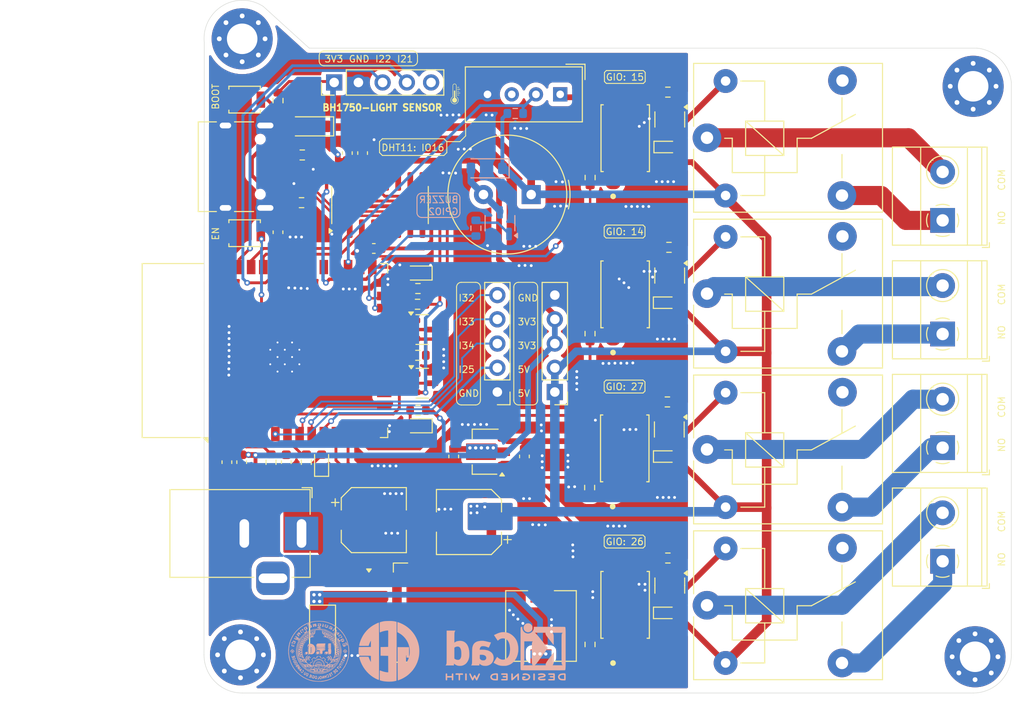
<source format=kicad_pcb>
(kicad_pcb (version 20240108) (generator "pcbnew") (generator_version "8.0")
  (layers (0 "F.Cu" signal) (31 "B.Cu" signal) (34 "B.Paste" user) (35 "F.Paste" user) (36 "B.SilkS" user "B.Silkscreen") (37 "F.SilkS" user "F.Silkscreen") (38 "B.Mask" user) (39 "F.Mask" user) (44 "Edge.Cuts" user))
  (net 0 "")
  (net 1 "+5V")
  (net 2 "GND")
  (net 3 "+3.3V")
  (net 4 "/EN")
  (net 5 "/IO0")
  (net 6 "12V")
  (net 7 "Net-(D1-A)")
  (net 8 "Net-(D2-A)")
  (net 9 "Net-(D4-A)")
  (net 10 "Net-(D6-A)")
  (net 11 "Net-(D8-A)")
  (net 12 "Net-(D12-A)")
  (net 13 "Net-(D13-K)")
  (net 14 "Net-(D10-A)")
  (net 15 "Net-(J9-CC1)")
  (net 17 "Net-(BZ1--)")
  (net 18 "/IO19")
  (net 19 "Net-(Q1-G)")
  (net 20 "Net-(Q2-G)")
  (net 21 "Net-(Q3-B)")
  (net 22 "Net-(Q4-B)")
  (net 23 "Net-(Q5-B)")
  (net 24 "Net-(Q7-B)")
  (net 25 "IO35")
  (net 26 "Net-(R6-Pad2)")
  (net 27 "/IO12")
  (net 28 "Net-(R7-Pad1)")
  (net 29 "/IO13")
  (net 30 "Net-(R8-Pad2)")
  (net 31 "Net-(R9-Pad1)")
  (net 32 "Net-(R10-Pad2)")
  (net 33 "/IO14")
  (net 34 "Net-(R11-Pad1)")
  (net 35 "/IO16")
  (net 36 "/IO17")
  (net 37 "/IO18")
  (net 38 "Net-(R17-Pad2)")
  (net 39 "Net-(R18-Pad1)")
  (net 42 "/IO32")
  (net 44 "Net-(D14-A)")
  (net 45 "/IO33")
  (net 47 "/IO5")
  (net 49 "/IO21")
  (net 50 "/IO34")
  (net 52 "/IO23")
  (net 53 "/IO22")
  (net 54 "/IO2")
  (net 55 "/IO27")
  (net 56 "/IO25")
  (net 60 "/IO4")
  (net 61 "/IO26")
  (net 62 "/IO15")
  (net 64 "Net-(J3-Pin_2)")
  (net 69 "Net-(Q6-B)")
  (net 70 "Net-(J3-Pin_1)")
  (net 71 "Net-(J4-Pin_1)")
  (net 72 "Net-(J5-Pin_1)")
  (net 73 "Net-(J6-Pin_1)")
  (net 74 "D-")
  (net 75 "D+")
  (net 77 "Net-(J9-CC2)")
  (net 78 "RTS")
  (net 79 "DTR")
  (net 80 "RX")
  (net 81 "TX")
  (net 89 "Net-(J4-Pin_2)")
  (net 90 "Net-(J5-Pin_2)")
  (net 91 "Net-(J6-Pin_2)")
  (footprint "Capacitor_SMD:C_0603_1608Metric" (layer "F.Cu") (at 83.175 87.2 -90)
    (property "Reference" "C1" (hide yes))
    (property "Value" "22uF")
  )
  (footprint "Resistor_SMD:R_0603_1608Metric" (layer "F.Cu") (at 121.25 57.365 90)
    (property "Reference" "R10" (hide yes))
    (property "Value" "220R")
  )
  (footprint "Opto:PC817" (layer "F.Cu") (at 124.93 53.24 90)
    (property "Reference" "U4" (hide yes))
    (property "Value" "PC817")
  )
  (footprint "Resistor_SMD:R_0603_1608Metric" (layer "F.Cu") (at 121.2 89.8625 -90)
    (property "Reference" "R6" (hide yes))
    (property "Value" "220R")
  )
  (footprint "Connector_PinHeader_2.54mm:PinHeader_1x05_P2.54mm_Vertical" (layer "F.Cu") (at 117.55 79.85 180)
    (property "Reference" "J2" (hide yes))
    (property "Value" "Conn_01x05_Pin")
  )
  (footprint "Package_TO_SOT_SMD:SOT-23" (layer "F.Cu") (at 103.6375 73.3)
    (property "Reference" "Q2" (hide yes))
    (property "Value" "BSS83P")
  )
  (footprint "Opto:PC817" (layer "F.Cu") (at 124.92 102.16 90)
    (property "Reference" "U3" (hide yes))
    (property "Value" "PC817")
  )
  (footprint "Capacitor_SMD:C_0603_1608Metric" (layer "F.Cu") (at 97.4 54.8 90)
    (property "Reference" "C12" (hide yes))
    (property "Value" "100nF")
  )
  (footprint "Resistor_SMD:R_0603_1608Metric" (layer "F.Cu") (at 121.24 73.726667 90)
    (property "Reference" "R17" (hide yes))
    (property "Value" "220R")
  )
  (footprint "Diode_SMD:D_SOD-128" (layer "F.Cu") (at 93.2 105.35 -90)
    (property "Reference" "D13" (hide yes))
    (property "Value" "1N5824")
  )
  (footprint "Relay_THT:Relay_SPDT_SANYOU_SRD_Series_Form_C_1" (layer "F.Cu") (at 133.5 69.533333)
    (property "Reference" "K4" (hide yes))
    (property "Value" "Fujitsu_FTR-LYCA005x")
  )
  (footprint "Button_Switch_SMD:SW_SPST_B3U-1000P" (layer "F.Cu") (at 85.0325 49.2)
    (property "Reference" "SW1" (hide yes))
    (property "Value" "SW_Push")
  )
  (footprint "RF_Module:ESP32-WROOM-32" (layer "F.Cu") (at 90.155 75.5 90)
    (property "Reference" "U1" (hide yes))
    (property "Value" "ESP32-WROOM-32")
  )
  (footprint "Relay_THT:Relay_SPDT_SANYOU_SRD_Series_Form_C_1" (layer "F.Cu") (at 133.5 85.866666)
    (property "Reference" "K1" (hide yes))
    (property "Value" "Fujitsu_FTR-LYCA005x")
  )
  (footprint "Sensor:Aosong_DHT11_5.5x12.0_P2.54mm" (layer "F.Cu") (at 118.1125 48.6475 -90)
    (property "Reference" "U5" (hide yes))
    (property "Value" "DHT11")
  )
  (footprint "Resistor_SMD:R_0603_1608Metric" (layer "F.Cu") (at 103.2 69)
    (property "Reference" "R1" (hide yes))
    (property "Value" "1K")
  )
  (footprint "Inductor_SMD:L_7.3x7.3_H3.5" (layer "F.Cu") (at 116.1 104.375 90)
    (property "Reference" "L1" (hide yes))
    (property "Value" "33uH")
  )
  (footprint "TerminalBlock_Phoenix:TerminalBlock_Phoenix_MKDS-1,5-2-5.08_1x02_P5.08mm_Horizontal" (layer "F.Cu") (at 158.2 73.768334 90)
    (property "Reference" "J6" (hide yes))
    (property "Value" "Screw_Terminal_01x02")
  )
  (footprint "Capacitor_SMD:C_0603_1608Metric" (layer "F.Cu") (at 95.8 54.8 90)
    (property "Reference" "C11" (hide yes))
    (property "Value" "10uF")
  )
  (footprint "MountingHole:MountingHole_3.2mm_M3_Pad_Via" (layer "F.Cu") (at 84.775 42.825)
    (property "Reference" "H2" (hide yes))
    (property "Value" "MountingHole")
  )
  (footprint "Diode_SMD:D_SOD-123" (layer "F.Cu") (at 92 52 180)
    (property "Reference" "D10" (hide yes))
    (property "Value" "1N4148WT")
  )
  (footprint "Button_Switch_SMD:SW_SPST_B3U-1000P" (layer "F.Cu") (at 85.0325 63.2)
    (property "Reference" "SW2" (hide yes))
    (property "Value" "SW_Push")
  )
  (footprint "Connector_PinHeader_2.54mm:PinHeader_1x05_P2.54mm_Vertical" (layer "F.Cu") (at 94.42 47.4 90)
    (property "Reference" "J10" (hide yes))
    (property "Value" "Conn_01x05_Pin")
  )
  (footprint "Opto:PC817" (layer "F.Cu") (at 124.92 69.61 90)
    (property "Reference" "U6" (hide yes))
    (property "Value" "PC817")
  )
  (footprint "Diode_SMD:D_SOD-523" (layer "F.Cu") (at 129.15 86.6125)
    (property "Reference" "D4" (hide yes))
    (property "Value" "1N4148WT")
  )
  (footprint "Resistor_SMD:R_0603_1608Metric" (layer "F.Cu") (at 103.2 76 180)
    (property "Reference" "R2" (hide yes))
    (property "Value" "10K")
  )
  (footprint "Resistor_SMD:R_0603_1608Metric" (layer "F.Cu") (at 129.515 64.684167)
    (property "Reference" "R18" (hide yes))
    (property "Value" "470R")
  )
  (footprint "Connector_PinHeader_2.54mm:PinHeader_1x05_P2.54mm_Vertical" (layer "F.Cu") (at 111.525 79.85 180)
    (property "Reference" "J1" (hide yes))
    (property "Value" "Conn_01x05_Pin")
  )
  (footprint "MountingHole:MountingHole_3.2mm_M3_Pad_Via" (layer "F.Cu") (at 84.6 107.4)
    (property "Reference" "H1" (hide yes))
    (property "Value" "MountingHole")
  )
  (footprint "Resistor_SMD:R_0603_1608Metric" (layer "F.Cu") (at 129.4 48.415)
    (property "Reference" "R11" (hide yes))
    (property "Value" "470R")
  )
  (footprint "Diode_SMD:D_SOD-523" (layer "F.Cu") (at 129.15 103)
    (property "Reference" "D6" (hide yes))
    (property "Value" "1N4148WT")
  )
  (footprint "Package_TO_SOT_SMD:SOT-23-3" (layer "F.Cu") (at 129.6 51.2775 -90)
    (property "Reference" "Q5" (hide yes))
    (property "Value" "Q_NPN_BEC")
  )
  (footprint "LED_SMD:LED_0603_1608Metric" (layer "F.Cu") (at 103.2 67.3775 180)
    (property "Reference" "D1" (hide yes))
    (property "Value" "LED")
  )
  (footprint "Resistor_SMD:R_0603_1608Metric" (layer "F.Cu") (at 91.5 87.2 -90)
    (property "Reference" "R5" (hide yes))
    (property "Value" "1K")
  )
  (footprint "Relay_THT:Relay_SPDT_SANYOU_SRD_Series_Form_C_1" (layer "F.Cu") (at 133.5 53.2)
    (property "Reference" "K3" (hide yes))
    (property "Value" "Fujitsu_FTR-LYCA005x")
  )
  (footprint "LED_SMD:LED_0603_1608Metric" (layer "F.Cu") (at 93.1 87.2 90)
    (property "Reference" "D2" (hide yes))
    (property "Value" "LED")
  )
  (footprint "Package_TO_SOT_SMD:SOT-23-3" (layer "F.Cu") (at 129.6 100.1375 -90)
    (property "Reference" "Q4" (hide yes))
    (property "Value" "Q_NPN_BEC")
  )
  (footprint "Package_TO_SOT_SMD:SOT-23" (layer "F.Cu") (at 103.6625 78.925)
    (property "Reference" "Q1" (hide yes))
    (property "Value" "BSS83P")
  )
  (footprint "Resistor_SMD:R_0603_1608Metric" (layer "F.Cu") (at 121.24 106.31 -90)
    (property "Reference" "R8" (hide yes))
    (property "Value" "220R")
  )
  (footprint "Capacitor_SMD:C_0603_1608Metric" (layer "F.Cu") (at 89.4 87.2 -90)
    (property "Reference" "C3" (hide yes))
    (property "Value" "0.1uF")
  )
  (footprint "Resistor_SMD:R_0603_1608Metric" (layer "F.Cu") (at 103.1625 70.65 180)
    (property "Reference" "R3" (hide yes))
    (property "Value" "10K")
  )
  (footprint "Package_TO_SOT_SMD:SOT-89-3" (layer "F.Cu") (at 110.25 86.105 180)
    (property "Reference" "U8" (hide yes))
    (property "Value" "AMS1117-3.3")
  )
  (footprint "TerminalBlock_Phoenix:TerminalBlock_Phoenix_MKDS-1,5-2-5.08_1x02_P5.08mm_Horizontal" (layer "F.Cu") (at 158.2 97.591668 90)
    (property "Reference" "J4" (hide yes))
    (property "Value" "Screw_Terminal_01x02")
  )
  (footprint "Resistor_SMD:R_0603_1608Metric" (layer "F.Cu") (at 88.5325 49.3 -90)
    (property "Reference" "R13" (hide yes))
    (property "Value" "1K")
  )
  (footprint "Capacitor_SMD:C_0603_1608Metric" (layer "F.Cu") (at 106.95 86.6 -90)
    (property "Reference" "C9" (hide yes))
    (property "Value" "22uF")
  )
  (footprint "Resistor_SMD:R_0603_1608Metric" (layer "F.Cu") (at 129.4 97.25)
    (property "Reference" "R9" (hide yes))
    (property "Value" "470R")
  )
  (footprint "Diode_SMD:D_SOD-523" (layer "F.Cu") (at 129.2 54.165)
    (property "Reference" "D8" (hide yes))
    (property "Value" "1N4148WT")
  )
  (footprint "MountingHole:MountingHole_3.2mm_M3_Pad_Via" (layer "F.Cu") (at 161.6 107.6)
    (property "Reference" "H4" (hide yes))
    (property "Value" "MountingHole")
  )
  (footprint "Capacitor_SMD:C_0603_1608Metric" (layer "F.Cu") (at 114.3625 86.6 -90)
    (property "Reference" "C8" (hide yes))
    (property "Value" "22uF")
  )
  (footprint "FIGURE:TEMP" (layer "F.Cu") (at 107 48.6)
    (property "Reference" "G***" (hide yes))
    (property "Value" "LOGO" (hide yes))
  )
  (footprint "Connector_USB:USB_C_Receptacle_HRO_TYPE-C-31-M-12" (layer "F.Cu") (at 84.0725 56.23 -90)
    (property "Reference" "J9" (hide yes))
    (property "Value" "USB_C_Receptacle_USB2.0")
  )
  (footprint "MountingHole:MountingHole_3.2mm_M3_Pad_Via" (layer "F.Cu") (at 161.4 47.8)
    (property "Reference" "H3" (hide yes))
    (property "Value" "MountingHole")
  )
  (footprint "Connector_BarrelJack:BarrelJack_Horizontal" (layer "F.Cu") (at 91 94.675)
    (property "Reference" "J7" (hide yes))
    (property "Value" "Jack-DC")
  )
  (footprint "Resistor_SMD:R_0603_1608Metric" (layer "F.Cu") (at 129.35 80.8875)
    (property "Reference" "R7" (hide yes))
    (property "Value" "470R")
  )
  (footprint "Capacitor_SMD:C_0603_1608Metric" (layer "F.Cu") (at 98.575 64.8 180)
    (property "Reference" "C10" (hide yes))
    (property "Value" "100nF")
  )
  (footprint "Resistor_SMD:R_0603_1608Metric" (layer "F.Cu") (at 103.2125 81.765 180)
    (property "Reference" "R19" (hide yes))
    (property "Value" "220")
  )
  (footprint "Opto:PC817" (layer "F.Cu") (at 124.88 85.754166 90)
    (property "Reference" "U2" (hide yes))
    (property "Value" "PC817")
  )
  (footprint "LED_SMD:LED_0603_1608Metric" (layer "F.Cu") (at 103.2125 83.3875 180)
    (property "Reference" "D14" (hide yes))
    (property "Value" "LED")
  )
  (footprint "Resistor_SMD:R_0603_1608Metric" (layer "F.Cu") (at 91 60)
    (property "Reference" "R20" (hide yes))
    (property "Value" "5.1K")
  )
  (footprint "TerminalBlock_Phoenix:TerminalBlock_Phoenix_MKDS-1,5-2-5.08_1x02_P5.08mm_Horizontal" (layer "F.Cu") (at 158.2 85.68 90)
    (property "Reference" "J3" (hide yes))
    (property "Value" "Screw_Terminal_01x02")
  )
  (footprint "Diode_SMD:D_SOD-523" (layer "F.Cu") (at 129.14 70.484167)
    (property "Reference" "D12" (hide yes))
    (property "Value" "1N4148WT")
  )
  (footprint "Package_TO_SOT_SMD:SOT-23-3" (layer "F.Cu") (at 129.59 67.639167 -90)
    (property "Reference" "Q7" (hide yes))
    (property "Value" "Q_NPN_BEC")
  )
  (footprint "Relay_THT:Relay_SPDT_SANYOU_SRD_Series_Form_C_1" (layer "F.Cu") (at 133.5 102.2)
    (property "Reference" "K2" (hide yes))
    (property "Value" "Fujitsu_FTR-LYCA005x")
  )
  (footprint "Package_TO_SOT_SMD:TO-263-5_TabPin3" (layer "F.Cu") (at 105.45 102.975)
    (property "Reference" "U7" (hide yes))
    (property "Value" "LM2596S-5")
  )
  (footprint "Package_TO_SOT_SMD:SOT-23-3" (layer "F.Cu") (at 129.55 83.775 -90)
    (property "Reference" "Q3" (hide yes))
    (property "Value" "2N3904")
  )
  (footprint "Capacitor_SMD:CP_Elec_6.3x9.9" (layer "F.Cu") (at 108.55 93.475 180)
    (property "Reference" "C7" (hide yes))
    (property "Value" "220uF")
  )
  (footprint "Capacitor_SMD:CP_Elec_6.3x9.9" (layer "F.Cu") (at 98.575 93.275)
    (property "Reference" "C6" (hide yes))
    (property "Value" "680uF")
  )
  (footprint "Resistor_SMD:R_0603_1608Metric" (layer "F.Cu") (at 87.8 87.2 90)
    (property "Reference" "R4" (hide yes))
    (property "Value" "10K")
  )
  (footprint "Buzzer_Beeper:Buzzer_TDK_PS1240P02BT_D12.2mm_H6.5mm" (layer "F.Cu") (at 115.070785 59.15 180)
    (property "Reference" "BZ1" (hide yes))
    (property "Value" "Buzzer")
  )
  (footprint "Capacitor_SMD:C_0603_1608Metric" (layer "F.Cu") (at 88.5325 63.1 90)
    (property "Reference" "C5" (hide yes))
    (property "Value" "10U")
  )
  (footprint "Package_SO:SOIC-16_3.9x9.9mm_P1.27mm" (layer "F.Cu") (at 99.225 60.25 90)
    (property "Reference" "U9" (hide yes))
    (property "Value" "CH340C")
  )
  (footprint "Resistor_SMD:R_0603_1608Metric" (layer "F.Cu") (at 91.075 55)
    (property "Reference" "R16" (hide yes))
    (property "Value" "5.1K")
  )
  (footprint "TerminalBlock_Phoenix:TerminalBlock_Phoenix_MKDS-1,5-2-5.08_1x02_P5.08mm_Horizontal" (layer "F.Cu") (at 158.2 61.856668 90)
    (property "Reference" "J5" (hide yes))
    (property "Value" "Screw_Terminal_01x02")
  )
  (footprint "Capacitor_SMD:C_0603_1608Metric" (layer "F.Cu") (at 84.725 87.2 -90)
    (property "Reference" "C2" (hide yes))
    (property "Value" "0.1uF")
  )
  (footprint "Resistor_SMD:R_0603_1608Metric" (layer "B.Cu") (at 113.4 50.65)
    (property "Reference" "R15" (hide yes))
    (property "Value" "5.1K" (hide yes))
  )
  (footprint "Resistor_SMD:R_0603_1608Metric" (layer "B.Cu") (at 109.275 62.675 90)
    (property "Reference" "R12" (hide yes))
    (property "Value" "100R" (hide yes))
  )
  (footprint "FIGURE:ITC_LOGO" (layer "B.Cu") (at 92.8 107.04263 180)
    (property "Reference" "G***" (hide yes))
    (property "Value" "LOGO" (hide yes))
  )
  (footprint "FIGURE:GEE_LOGO" (layer "B.Cu") (at 100.2 107 180)
    (property "Reference" "G***" (hide yes))
    (property "Value" "LOGO" (hide yes))
  )
  (footprint "Diode_SMD:D_SOD-123" (layer "B.Cu") (at 110.4 56.4 180)
    (property "Reference" "D9" (hide yes))
    (property "Value" "1N4148WT" (hide yes))
  )
  (footprint "Symbol:KiCad-Logo2_5mm_SilkScreen" (layer "B.Cu") (at 112.4 107.075 180)
    (property "Reference" "REF**" (hide yes))
    (property "Value" "KiCad-Logo2_5mm_SilkScreen" (hide yes))
  )
  (footprint "Package_TO_SOT_SMD:SOT-23-3" (layer "B.Cu") (at 111.8 62.15 90)
    (property "Reference" "Q6" (hide yes))
    (property "Value" "Q_NPN_BEC" (hide yes))
  )
  (gr_line (start 103.1 61.05) (end 103.1 59.5) (stroke (width 0.1)) (layer "B.SilkS"))
  (gr_line (start 107.6 59.5) (end 107.6 61.05) (stroke (width 0.1)) (layer "B.SilkS"))
  (gr_line (start 107.1 61.55) (end 103.6 61.55) (stroke (width 0.1)) (layer "B.SilkS"))
  (gr_arc (start 107.1 59) (mid 107.453553 59.146447) (end 107.6 59.5) (stroke (width 0.1)) (layer "B.SilkS"))
  (gr_arc (start 103.1 59.5) (mid 103.246447 59.146447) (end 103.6 59) (stroke (width 0.1)) (layer "B.SilkS"))
  (gr_line (start 103.6 59) (end 107.1 59) (stroke (width 0.1)) (layer "B.SilkS"))
  (gr_arc (start 103.6 61.55) (mid 103.246447 61.403553) (end 103.1 61.05) (stroke (width 0.1)) (layer "B.SilkS"))
  (gr_arc (start 107.6 61.05) (mid 107.453553 61.403553) (end 107.1 61.55) (stroke (width 0.1)) (layer "B.SilkS"))
  (gr_line (start 122.95 46.15) (end 126.825 46.15) (stroke (width 0.1)) (layer "F.SilkS"))
  (gr_line (start 122.925 63.7) (end 126.8 63.7) (stroke (width 0.1)) (layer "F.SilkS"))
  (gr_line (start 99.475 55.05) (end 99.175 54.75) (stroke (width 0.1)) (layer "F.SilkS"))
  (gr_line (start 109.25 81.2) (end 107.75 81.2) (stroke (width 0.1)) (layer "F.SilkS"))
  (gr_arc (start 109.75 80.7) (mid 109.603553 81.053553) (end 109.25 81.2) (stroke (width 0.1)) (layer "F.SilkS"))
  (gr_line (start 103.15 44.6) (end 103.15 45.15) (stroke (width 0.1)) (layer "F.SilkS"))
  (gr_line (start 127.025 47.3) (end 127.025 46.35) (stroke (width 0.1)) (layer "F.SilkS"))
  (gr_line (start 106.225 53.6) (end 107.6 53.6) (stroke (width 0.1)) (layer "F.SilkS"))
  (gr_line (start 92.85 45.15) (end 92.85 44.6) (stroke (width 0.1)) (layer "F.SilkS"))
  (gr_line (start 122.925 94.85) (end 126.8 94.85) (stroke (width 0.1)) (layer "F.SilkS"))
  (gr_line (start 113.746447 68.35) (end 115.246447 68.35) (stroke (width 0.1)) (layer "F.SilkS"))
  (gr_line (start 127 96) (end 127 95.05) (stroke (width 0.1)) (layer "F.SilkS"))
  (gr_line (start 127.025 47.3) (end 126.825 47.5) (stroke (width 0.1)) (layer "F.SilkS"))
  (gr_line (start 107.6 53.6) (end 108.2 53) (stroke (width 0.1)) (layer "F.SilkS"))
  (gr_line (start 115.246447 81.2) (end 113.746447 81.2) (stroke (width 0.1)) (layer "F.SilkS"))
  (gr_line (start 122.725 95.05) (end 122.925 94.85) (stroke (width 0.1)) (layer "F.SilkS"))
  (gr_line (start 109.75 68.85) (end 109.75 80.7) (stroke (width 0.1)) (layer "F.SilkS"))
  (gr_line (start 122.925 79.95) (end 126.8 79.95) (stroke (width 0.1)) (layer "F.SilkS"))
  (gr_line (start 105.925 55.05) (end 99.475 55.05) (stroke (width 0.1)) (layer "F.SilkS"))
  (gr_line (start 122.725 63.5) (end 122.925 63.7) (stroke (width 0.1)) (layer "F.SilkS"))
  (gr_line (start 105.925 53.3) (end 99.475 53.3) (stroke (width 0.1)) (layer "F.SilkS"))
  (gr_line (start 127 63.5) (end 126.8 63.7) (stroke (width 0.1)) (layer "F.SilkS"))
  (gr_line (start 122.75 47.3) (end 122.75 46.35) (stroke (width 0.1)) (layer "F.SilkS"))
  (gr_line (start 115.746447 68.85) (end 115.746447 80.7) (stroke (width 0.1)) (layer "F.SilkS"))
  (gr_line (start 99.475 53.3) (end 99.175 53.6) (stroke (width 0.1)) (layer "F.SilkS"))
  (gr_line (start 106.225 54.75) (end 106.225 53.6) (stroke (width 0.1)) (layer "F.SilkS"))
  (gr_arc (start 93.35 45.65) (mid 92.996447 45.503553) (end 92.85 45.15) (stroke (width 0.1)) (layer "F.SilkS"))
  (gr_arc (start 115.246447 68.35) (mid 115.6 68.496447) (end 115.746447 68.85) (stroke (width 0.1)) (layer "F.SilkS"))
  (gr_line (start 106.225 53.6) (end 105.925 53.3) (stroke (width 0.1)) (layer "F.SilkS"))
  (gr_arc (start 113.246447 68.85) (mid 113.392894 68.496447) (end 113.746447 68.35) (stroke (width 0.1)) (layer "F.SilkS"))
  (gr_line (start 122.925 62.35) (end 126.8 62.35) (stroke (width 0.1)) (layer "F.SilkS"))
  (gr_arc (start 109.25 68.35) (mid 109.603553 68.496447) (end 109.75 68.85) (stroke (width 0.1)) (layer "F.SilkS"))
  (gr_line (start 127 62.55) (end 126.8 62.35) (stroke (width 0.1)) (layer "F.SilkS"))
  (gr_line (start 127 79.75) (end 126.8 79.95) (stroke (width 0.1)) (layer "F.SilkS"))
  (gr_line (start 102.65 45.65) (end 93.35 45.65) (stroke (width 0.1)) (layer "F.SilkS"))
  (gr_arc (start 113.746447 81.2) (mid 113.392894 81.053553) (end 113.246447 80.7) (stroke (width 0.1)) (layer "F.SilkS"))
  (gr_line (start 122.925 78.6) (end 126.8 78.6) (stroke (width 0.1)) (layer "F.SilkS"))
  (gr_line (start 93.35 44.1) (end 102.65 44.1) (stroke (width 0.1)) (layer "F.SilkS"))
  (gr_arc (start 115.746447 80.7) (mid 115.6 81.053553) (end 115.246447 81.2) (stroke (width 0.1)) (layer "F.SilkS"))
  (gr_arc (start 102.65 44.1) (mid 103.003553 44.246447) (end 103.15 44.6) (stroke (width 0.1)) (layer "F.SilkS"))
  (gr_arc (start 103.15 45.15) (mid 103.003553 45.503553) (end 102.65 45.65) (stroke (width 0.1)) (layer "F.SilkS"))
  (gr_line (start 122.725 62.55) (end 122.925 62.35) (stroke (width 0.1)) (layer "F.SilkS"))
  (gr_line (start 122.725 63.5) (end 122.725 62.55) (stroke (width 0.1)) (layer "F.SilkS"))
  (gr_line (start 99.175 54.75) (end 99.175 53.6) (stroke (width 0.1)) (layer "F.SilkS"))
  (gr_line (start 122.725 79.75) (end 122.725 78.8) (stroke (width 0.1)) (layer "F.SilkS"))
  (gr_line (start 127 96) (end 126.8 96.2) (stroke (width 0.1)) (layer "F.SilkS"))
  (gr_line (start 107.25 80.7) (end 107.25 68.85) (stroke (width 0.1)) (layer "F.SilkS"))
  (gr_arc (start 107.25 68.85) (mid 107.396447 68.496447) (end 107.75 68.35) (stroke (width 0.1)) (layer "F.SilkS"))
  (gr_line (start 127 78.8) (end 126.8 78.6) (stroke (width 0.1)) (layer "F.SilkS"))
  (gr_line (start 122.925 96.2) (end 126.8 96.2) (stroke (width 0.1)) (layer "F.SilkS"))
  (gr_line (start 122.75 46.35) (end 122.95 46.15) (stroke (width 0.1)) (layer "F.SilkS"))
  (gr_line (start 113.246447 80.7) (end 113.246447 68.85) (stroke (width 0.1)) (layer "F.SilkS"))
  (gr_line (start 122.75 47.3) (end 122.95 47.5) (stroke (width 0.1)) (layer "F.SilkS"))
  (gr_line (start 122.725 79.75) (end 122.925 79.95) (stroke (width 0.1)) (layer "F.SilkS"))
  (gr_line (start 107.75 68.35) (end 109.25 68.35) (stroke (width 0.1)) (layer "F.SilkS"))
  (gr_arc (start 107.75 81.2) (mid 107.396447 81.053553) (end 107.25 80.7) (stroke (width 0.1)) (layer "F.SilkS"))
  (gr_line (start 122.95 47.5) (end 126.825 47.5) (stroke (width 0.1)) (layer "F.SilkS"))
  (gr_line (start 122.725 96) (end 122.925 96.2) (stroke (width 0.1)) (layer "F.SilkS"))
  (gr_line (start 127 79.75) (end 127 78.8) (stroke (width 0.1)) (layer "F.SilkS"))
  (gr_line (start 127.025 46.35) (end 126.825 46.15) (stroke (width 0.1)) (layer "F.SilkS"))
  (gr_line (start 108.2 53) (end 108.2 51.8) (stroke (width 0.1)) (layer "F.SilkS"))
  (gr_line (start 122.725 78.8) (end 122.925 78.6) (stroke (width 0.1)) (layer "F.SilkS"))
  (gr_line (start 105.925 55.05) (end 106.225 54.75) (stroke (width 0.1)) (layer "F.SilkS"))
  (gr_line (start 122.725 96) (end 122.725 95.05) (stroke (width 0.1)) (layer "F.SilkS"))
  (gr_line (start 127 95.05) (end 126.8 94.85) (stroke (width 0.1)) (layer "F.SilkS"))
  (gr_line (start 127 63.5) (end 127 62.55) (stroke (width 0.1)) (layer "F.SilkS"))
  (gr_arc (start 92.85 44.6) (mid 92.996447 44.246447) (end 93.35 44.1) (stroke (width 0.1)) (layer "F.SilkS"))
  (gr_line (start 80.8 43.2) (end 80.773922 107.398375) (stroke (width 0.05)) (layer "Edge.Cuts"))
  (gr_arc (start 165.4 107.4) (mid 164.228427 110.228427) (end 161.4 111.4) (stroke (width 0.05)) (layer "Edge.Cuts"))
  (gr_line (start 165.4 107.4) (end 165.4 47.356071) (stroke (width 0.05)) (layer "Edge.Cuts"))
  (gr_line (start 91.8 43.8) (end 86.983843 39.42497) (stroke (width 0.05)) (layer "Edge.Cuts"))
  (gr_arc (start 80.8 43.2) (mid 82.705407 39.368866) (end 86.983843 39.42497) (stroke (width 0.05)) (layer "Edge.Cuts"))
  (gr_line (start 161.8 43.8) (end 91.8 43.8) (stroke (width 0.05)) (layer "Edge.Cuts"))
  (gr_line (start 84.773922 111.4) (end 161.4 111.4) (stroke (width 0.05)) (layer "Edge.Cuts"))
  (gr_arc (start 84.773922 111.4) (mid 81.944906 110.22786) (end 80.773922 107.398375) (stroke (width 0.05)) (layer "Edge.Cuts"))
  (gr_arc (start 161.8 43.8) (mid 164.226874 44.941891) (end 165.395363 47.356071) (stroke (width 0.05)) (layer "Edge.Cuts"))
  (gr_text "GPIO2" (at 107.5 61.35 0) (layer "B.SilkS") (effects (font (size 0.7 0.7) (thickness 0.1)) (justify left bottom mirror)))
  (gr_text "BUZZER" (at 107.5 60.1 0) (layer "B.SilkS") (effects (font (size 0.7 0.7) (thickness 0.1)) (justify left bottom mirror)))
  (gr_text "BH1750-LIGHT SENSOR" (at 93.1 50.45 0) (layer "F.SilkS") (effects (font (size 0.7 0.7) (thickness 0.17) (bold yes)) (justify left bottom)))
  (gr_text "GND" (at 113.6 70.4 0) (layer "F.SilkS") (effects (font (size 0.7 0.7) (thickness 0.1)) (justify left bottom)))
  (gr_text "3V3" (at 93.35 45.35 0) (layer "F.SilkS") (effects (font (size 0.7 0.7) (thickness 0.1)) (justify left bottom)))
  (gr_text "GND" (at 107.4 80.4 0) (layer "F.SilkS") (effects (font (size 0.7 0.7) (thickness 0.1)) (justify left bottom)))
  (gr_text "COM" (at 164.8 58.8 90) (layer "F.SilkS") (effects (font (size 0.7 0.7) (thickness 0.1)) (justify left bottom)))
  (gr_text "3V3" (at 113.6 72.9 0) (layer "F.SilkS") (effects (font (size 0.7 0.7) (thickness 0.1)) (justify left bottom)))
  (gr_text "I33" (at 107.4 72.9 0) (layer "F.SilkS") (effects (font (size 0.7 0.7) (thickness 0.1)) (justify left bottom)))
  (gr_text "NO" (at 164.8 86.2 90) (layer "F.SilkS") (effects (font (size 0.7 0.7) (thickness 0.1)) (justify left bottom)))
  (gr_text "DHT11: IO16" (at 99.325 54.65 0) (layer "F.SilkS") (effects (font (size 0.7 0.7) (thickness 0.1)) (justify left bottom)))
  (gr_text "BOOT" (at 82.4 50.3 90) (layer "F.SilkS") (effects (font (size 0.7 0.7) (thickness 0.1)) (justify left bottom)))
  (gr_text "GIO: 14" (at 122.825 63.45 0) (layer "F.SilkS") (effects (font (size 0.7 0.7) (thickness 0.1)) (justify left bottom)))
  (gr_text "GIO: 26" (at 122.825 95.95 0) (layer "F.SilkS") (effects (font (size 0.7 0.7) (thickness 0.1)) (justify left bottom)))
  (gr_text "I25" (at 107.4 77.9 0) (layer "F.SilkS") (effects (font (size 0.7 0.7) (thickness 0.1)) (justify left bottom)))
  (gr_text "NO" (at 164.8 74.4 90) (layer "F.SilkS") (effects (font (size 0.7 0.7) (thickness 0.1)) (justify left bottom)))
  (gr_text "I21" (at 100.95 45.35 0) (layer "F.SilkS") (effects (font (size 0.7 0.7) (thickness 0.1)) (justify left bottom)))
  (gr_text "I22" (at 98.661111 45.35 0) (layer "F.SilkS") (effects (font (size 0.7 0.7) (thickness 0.1)) (justify left bottom)))
  (gr_text "COM" (at 164.8 82.6 90) (layer "F.SilkS") (effects (font (size 0.7 0.7) (thickness 0.1)) (justify left bottom)))
  (gr_text "COM" (at 164.8 70.8 90) (layer "F.SilkS") (effects (font (size 0.7 0.7) (thickness 0.1)) (justify left bottom)))
  (gr_text "I32" (at 107.4 70.4 0) (layer "F.SilkS") (effects (font (size 0.7 0.7) (thickness 0.1)) (justify left bottom)))
  (gr_text "I34" (at 107.4 75.4 0) (layer "F.SilkS") (effects (font (size 0.7 0.7) (thickness 0.1)) (justify left bottom)))
  (gr_text "COM" (at 164.8 94.6 90) (layer "F.SilkS") (effects (font (size 0.7 0.7) (thickness 0.1)) (justify left bottom)))
  (gr_text "NO" (at 164.8 98.2 90) (layer "F.SilkS") (effects (font (size 0.7 0.7) (thickness 0.1)) (justify left bottom)))
  (gr_text "EN" (at 82.4 64 90) (layer "F.SilkS") (effects (font (size 0.7 0.7) (thickness 0.1)) (justify left bottom)))
  (gr_text "5V" (at 113.6 77.9 0) (layer "F.SilkS") (effects (font (size 0.7 0.7) (thickness 0.1)) (justify left bottom)))
  (gr_text "GIO: 15" (at 122.85 47.25 0) (layer "F.SilkS") (effects (font (size 0.7 0.7) (thickness 0.1)) (justify left bottom)))
  (gr_text "5V" (at 113.6 80.4 0) (layer "F.SilkS") (effects (font (size 0.7 0.7) (thickness 0.1)) (justify left bottom)))
  (gr_text "NO" (at 164.8 62.4 90) (layer "F.SilkS") (effects (font (size 0.7 0.7) (thickness 0.1)) (justify left bottom)))
  (gr_text "GIO: 27" (at 122.825 79.7 0) (layer "F.SilkS") (effects (font (size 0.7 0.7) (thickness 0.1)) (justify left bottom)))
  (gr_text "GND" (at 95.905556 45.35 0) (layer "F.SilkS") (effects (font (size 0.7 0.7) (thickness 0.1)) (justify left bottom)))
  (gr_text "3V3" (at 113.6 75.4 0) (layer "F.SilkS") (effects (font (size 0.7 0.7) (thickness 0.1)) (justify left bottom)))
  (segment (start 97.8 104.675) (end 100.125 104.675) (width 1) (layer "F.Cu") (net 1))
  (segment (start 139.75 63.75) (end 135.45 59.45) (width 1) (layer "F.Cu") (net 1))
  (segment (start 110.9 95.7) (end 112 95.7) (width 1) (layer "F.Cu") (net 1))
  (segment (start 128.5 54.165) (end 128.5 55.75) (width 0.6) (layer "F.Cu") (net 1))
  (segment (start 123.65 65.6) (end 128.5 70.45) (width 0.6) (layer "F.Cu") (net 1))
  (segment (start 135.45 59.45) (end 135.45 59.25) (width 1) (layer "F.Cu") (net 1))
  (segment (start 96.85 52.075) (end 110.075 52.075) (width 0.8) (layer "F.Cu") (net 1))
  (segment (start 123.61 81.464166) (end 123.61 85) (width 0.6) (layer "F.Cu") (net 1))
  (segment (start 127.3 103) (end 128.5 103) (width 0.6) (layer "F.Cu") (net 1))
  (segment (start 128.44 70.484167) (end 129.29 71.334167) (width 0.6) (layer "F.Cu") (net 1))
  (segment (start 123.66 48.95) (end 118.415 48.95) (width 0.6) (layer "F.Cu") (net 1))
  (segment (start 135.45 108.25) (end 139.75 103.95) (width 1) (layer "F.Cu") (net 1))
  (segment (start 131.200834 71.334167) (end 135.45 75.583333) (width 0.6) (layer "F.Cu") (net 1))
  (segment (start 118.415 48.95) (end 118.1125 48.6475) (width 0.6) (layer "F.Cu") (net 1))
  (segment (start 114.3625 85.825) (end 114.3625 85.0625) (width 0.6) (layer "F.Cu") (net 1))
  (segment (start 139.666666 91.916666) (end 139.75 92) (width 1) (layer "F.Cu") (net 1))
  (segment (start 115.070785 57.070785) (end 115.070785 59.15) (width 0.8) (layer "F.Cu") (net 1))
  (segment (start 123.61 85) (end 126.65 85) (width 0.6) (layer "F.Cu") (net 1))
  (segment (start 123.61 85) (end 112.595 85) (width 0.6) (layer "F.Cu") (net 1))
  (segment (start 131.033334 87.5) (end 135.45 91.916666) (width 0.6) (layer "F.Cu") (net 1))
  (segment (start 102.9 95.7) (end 112 95.7) (width 1) (layer "F.Cu") (net 1))
  (segment (start 126.65 85) (end 129.15 87.5) (width 0.6) (layer "F.Cu") (net 1))
  (segment (start 139.75 75.75) (end 139.75 63.75) (width 1) (layer "F.Cu") (net 1))
  (segment (start 129.15 87.5) (end 131.033334 87.5) (width 0.6) (layer "F.Cu") (net 1))
  (segment (start 113 95.7) (end 116.1 98.8) (width 1) (layer "F.Cu") (net 1))
  (segment (start 114.3625 85.0625) (end 114.3 85) (width 0.6) (layer "F.Cu") (net 1))
  (segment (start 112.595 85) (end 112.2 84.605) (width 0.6) (layer "F.Cu") (net 1))
  (segment (start 139.75 103.95) (end 139.75 92) (width 1) (layer "F.Cu") (net 1))
  (segment (start 135.45 91.916666) (end 139.666666 91.916666) (width 1) (layer "F.Cu") (net 1))
  (segment (start 123.65 99.35) (end 127.3 103) (width 0.6) (layer "F.Cu") (net 1))
  (segment (start 139.583333 75.583333) (end 139.75 75.75) (width 1) (layer "F.Cu") (net 1))
  (segment (start 129.4 103.95) (end 131.15 103.95) (width 0.6) (layer "F.Cu") (net 1))
  (segment (start 93.65 52) (end 93.725 52.075) (width 0.8) (layer "F.Cu") (net 1))
  (segment (start 131.95 55.75) (end 135.45 59.25) (width 0.6) (layer "F.Cu") (net 1))
  (segment (start 139.75 92) (end 139.75 75.75) (width 1) (layer "F.Cu") (net 1))
  (segment (start 110.9 93.925) (end 110.9 95.7) (width 1) (layer "F.Cu") (net 1))
  (segment (start 128.5 55.75) (end 131.95 55.75) (width 0.6) (layer "F.Cu") (net 1))
  (segment (start 128.45 86.6125) (end 128.4 86.6625) (width 0.6) (layer "F.Cu") (net 1))
  (segment (start 128.45 103) (end 129.4 103.95) (width 0.6) (layer "F.Cu") (net 1))
  (segment (start 101 103.8) (end 101 97.6) (width 1) (layer "F.Cu") (net 1))
  (segment (start 123.65 97.87) (end 123.65 99.35) (width 0.6) (layer "F.Cu") (net 1))
  (segment (start 110.075 52.075) (end 115.070785 57.070785) (width 0.8) (layer "F.Cu") (net 1))
  (segment (start 123.65 65.32) (end 123.65 65.6) (width 0.6) (layer "F.Cu") (net 1))
  (segment (start 135.45 75.583333) (end 139.583333 75.583333) (width 1) (layer "F.Cu") (net 1))
  (segment (start 123.66 48.95) (end 123.66 51.46) (width 0.6) (layer "F.Cu") (net 1))
  (segment (start 112 95.7) (end 113 95.7) (width 1) (layer "F.Cu") (net 1))
  (segment (start 116.1 98.8) (end 116.1 101.175) (width 1) (layer "F.Cu") (net 1))
  (segment (start 123.66 51.46) (end 127.95 55.75) (width 0.6) (layer "F.Cu") (net 1))
  (segment (start 100.125 104.675) (end 101 103.8) (width 1) (layer "F.Cu") (net 1))
  (segment (start 127.95 55.75) (end 128.5 55.75) (width 0.6) (layer "F.Cu") (net 1))
  (segment (start 93.725 52.075) (end 97.825 52.075) (width 0.8) (layer "F.Cu") (net 1))
  (segment (start 111.35 93.475) (end 110.9 93.925) (width 1) (layer "F.Cu") (net 1))
  (segment (start 101 97.6) (end 102.9 95.7) (width 1) (layer "F.Cu") (net 1))
  (segment (start 131.15 103.95) (end 135.45 108.25) (width 0.6) (layer "F.Cu") (net 1))
  (segment (start 129.29 71.334167) (end 131.200834 71.334167) (width 0.6) (layer "F.Cu") (net 1))
  (via (at 108.75 92.525) (size 0.6) (drill 0.3) (layers "F.Cu" "B.Cu") (net 1))
  (via (at 109.4 91.8) (size 0.6) (drill 0.3) (layers "F.Cu" "B.Cu") (net 1))
  (via (at 110.2 91.9) (size 0.6) (drill 0.3) (layers "F.Cu" "B.Cu") (net 1))
  (via (at 108.75 91.825) (size 0.6) (drill 0.3) (layers "F.Cu" "B.Cu") (net 1))
  (via (at 109.4 92.5) (size 0.6) (drill 0.3) (layers "F.Cu" "B.Cu") (net 1))
  (segment (start 117.55 77.31) (end 117.55 79.85) (width 0.8) (layer "B.Cu") (net 1))
  (segment (start 134.966666 92.4) (end 135.45 91.916666) (width 1) (layer "B.Cu") (net 1))
  (segment (start 135.325 59.125) (end 135.45 59.25) (width 0.8) (layer "B.Cu") (net 1))
  (segment (start 110.7 92.4) (end 117.4 92.4) (width 1) (layer "B.Cu") (net 1))
  (segment (start 119.786667 75.583333) (end 135.45 75.583333) (width 0.8) (layer "B.Cu") (net 1))
  (segment (start 112.05 56.4) (end 112.320785 56.4) (width 0.7) (layer "B.Cu") (net 1))
  (segment (start 115.095785 59.125) (end 135.325 59.125) (width 0.8) (layer "B.Cu") (net 1))
  (segment (start 117.55 77.31) (end 118.06 77.31) (width 0.8) (layer "B.Cu") (net 1))
  (segment (start 115.070785 59.15) (end 115.095785 59.125) (width 0.8) (layer "B.Cu") (net 1))
  (segment (start 112.320785 56.4) (end 115.070785 59.15) (width 0.7) (layer "B.Cu") (net 1))
  (segment (start 112.575 50.65) (end 112.05 51.175) (width 0.4) (layer "B.Cu") (net 1))
  (segment (start 117.8 92.4) (end 117.55 92.15) (width 1) (layer "B.Cu") (net 1))
  (segment (start 117.4 92.4) (end 117.8 92.4) (width 1) (layer "B.Cu") (net 1))
  (segment (start 117.55 92.15) (end 117.55 79.85) (width 1) (layer "B.Cu") (net 1))
  (segment (start 110.2 91.9) (end 110.216666 91.916666) (width 0.4) (layer "B.Cu") (net 1))
  (segment (start 110.216666 91.916666) (end 110.7 92.4) (width 1) (layer "B.Cu") (net 1))
  (segment (start 117.4 92.4) (end 134.966666 92.4) (width 1) (layer "B.Cu") (net 1))
  (segment (start 118.06 77.31) (end 119.786667 75.583333) (width 0.8) (layer "B.Cu") (net 1))
  (segment (start 112.05 51.175) (end 112.05 56.4) (width 0.4) (layer "B.Cu") (net 1))
  (segment (start 103.6 65.625) (end 97.4 65.625) (width 0.25) (layer "F.Cu") (net 2))
  (segment (start 92.225 56.5) (end 92.225 55.325) (width 0.25) (layer "F.Cu") (net 2))
  (segment (start 97.8 64.8) (end 97.075 64.8) (width 0.4) (layer "F.Cu") (net 2))
  (segment (start 93.2 105.6) (end 93.2 107.55) (width 0.6) (layer "F.Cu") (net 2))
  (segment (start 97.075 64.8) (end 96.825 65.05) (width 0.4) (layer "F.Cu") (net 2))
  (segment (start 92.225 55.325) (end 91.9 55) (width 0.25) (layer "F.Cu") (net 2))
  (segment (start 95.825 102.975) (end 93.2 105.6) (width 0.6) (layer "F.Cu") (net 2))
  (segment (start 97.4 65.625) (end 96.825 65.05) (width 0.25) (layer "F.Cu") (net 2))
  (segment (start 104.525 66.55) (end 103.6 65.625) (width 0.25) (layer "F.Cu") (net 2))
  (segment (start 97.8 102.975) (end 95.825 102.975) (width 0.6) (layer "F.Cu") (net 2))
  (via (at 114.9 91.025) (size 0.6) (drill 0.3) (layers "F.Cu" "B.Cu") (net 2))
  (via (at 116.225 86.525) (size 0.6) (drill 0.3) (layers "F.Cu" "B.Cu") (net 2))
  (via (at 125.425 83.775) (size 0.6) (drill 0.3) (layers "F.Cu" "B.Cu") (net 2))
  (via (at 116.55 93.775) (size 0.6) (drill 0.3) (layers "F.Cu" "B.Cu") (net 2))
  (via (at 114.3 64.575) (size 0.6) (drill 0.3) (layers "F.Cu" "B.Cu") (net 2))
  (via (at 119.45 96.5) (size 0.6) (drill 0.3) (layers "F.Cu" "B.Cu") (net 2))
  (via (at 108.475 83.275) (size 0.6) (drill 0.3) (layers "F.Cu" "B.Cu") (net 2))
  (via (at 125.1 76.825) (size 0.6) (drill 0.3) (layers "F.Cu" "B.Cu") (net 2))
  (via (at 83.4 74.25) (size 0.6) (drill 0.3) (layers "F.Cu" "B.Cu") (net 2))
  (via (at 117.675 57.8) (size 0.6) (drill 0.3) (layers "F.Cu" "B.Cu") (net 2))
  (via (at 113.2 103.2) (size 0.6) (drill 0.3) (layers "F.Cu" "B.Cu") (net 2))
  (via (at 96.625 69.05) (size 0.6) (drill 0.3) (layers "F.Cu" "B.Cu") (net 2))
  (via (at 100.9 90.5) (size 0.6) (drill 0.3) (layers "F.Cu" "B.Cu") (net 2))
  (via (at 113.675 103.65) (size 0.6) (drill 0.3) (layers "F.Cu" "B.Cu") (net 2))
  (via (at 128.9 74.3) (size 0.6) (drill 0.3) (layers "F.Cu" "B.Cu") (net 2))
  (via (at 96.9 107.475) (size 0.6) (drill 0.3) (layers "F.Cu" "B.Cu") (net 2))
  (via (at 101.3 66.525) (size 0.6) (drill 0.3) (layers "F.Cu" "B.Cu") (net 2))
  (via (at 117.2 104.325) (size 0.6) (drill 0.3) (layers "F.Cu" "B.Cu") (net 2))
  (via (at 127.45 51.2) (size 0.6) (drill 0.3) (layers "F.Cu" "B.Cu") (net 2))
  (via (at 117.525 60.375) (size 0.6) (drill 0.3) (layers "F.Cu" "B.Cu") (net 2))
  (via (at 107.85 83.25) (size 0.6) (drill 0.3) (layers "F.Cu" "B.Cu") (net 2))
  (via (at 114.925 64.575) (size 0.6) (drill 0.3) (layers "F.Cu" "B.Cu") (net 2))
  (via (at 100.275 87.6) (size 0.6) (drill 0.3) (layers "F.Cu" "B.Cu") (net 2))
  (via (at 90.4 63.6) (size 0.6) (drill 0.3) (layers "F.Cu" "B.Cu") (net 2))
  (via (at 83.4 76.125) (size 0.6) (drill 0.3) (layers "F.Cu" "B.Cu") (net 2))
  (via (at 96 69.05) (size 0.6) (drill 0.3) (layers "F.Cu" "B.Cu") (net 2))
  (via (at 119.425 95.875) (size 0.6) (drill 0.3) (layers "F.Cu" "B.Cu") (net 2))
  (via (at 119.625 89.775) (size 0.6) (drill 0.3) (layers "F.Cu" "B.Cu") (net 2))
  (via (at 110.5 64.5) (size 0.6) (drill 0.3) (layers "F.Cu" "B.Cu") (net 2))
  (via (at 100.45 94.65) (size 0.6) (drill 0.3) (layers "F.Cu" "B.Cu") (net 2))
  (via (at 119.85 79.575) (size 0.6) (drill 0.3) (layers "F.Cu" "B.Cu") (net 2))
  (via (at 126.9 67.2) (size 0.6) (drill 0.3) (layers "F.Cu" "B.Cu") (net 2))
  (via (at 128.1 67.2) (size 0.6) (drill 0.3) (layers "F.Cu" "B.Cu") (net 2))
  (via (at 127 100) (size 0.6) (drill 0.3) (layers "F.Cu" "B.Cu") (net 2))
  (via (at 95.625 107.475) (size 0.6) (drill 0.3) (layers "F.Cu" "B.Cu") (net 2))
  (via (at 90.3 68.95) (size 0.6) (drill 0.3) (layers "F.Cu" "B.Cu") (net 2))
  (via (at 115.875 93.775) (size 0.6) (drill 0.3) (layers "F.Cu" "B.Cu") (net 2))
  (via (at 125.725 76.8) (size 0.6) (drill 0.3) (layers "F.Cu" "B.Cu") (net 2))
  (via (at 108.05 54.375) (size 0.6) (drill 0.3) (layers "F.Cu" "B.Cu") (net 2))
  (via (at 118.925 86.475) (size 0.6) (drill 0.3) (layers "F.Cu" "B.Cu") (net 2))
  (via (at 126.4 52) (size 0.6) (drill 0.3) (layers "F.Cu" "B.Cu") (net 2))
  (via (at 115.075 66.6) (size 0.6) (drill 0.3) (layers "F.Cu" "B.Cu") (net 2))
  (via (at 127.4 60.4) (size 0.6) (drill 0.3) (layers "F.Cu" "B.Cu") (net 2))
  (via (at 123.85 76.825) (size 0.6) (drill 0.3) (layers "F.Cu" "B.Cu") (net 2))
  (via (at 119 89.8) (size 0.6) (drill 0.3) (layers "F.Cu" "B.Cu") (net 2))
  (via (at 106.875 50.8) (size 0.6) (drill 0.3) (layers "F.Cu" "B.Cu") (net 2))
  (via (at 118.925 87.1) (size 0.6) (drill 0.3) (layers "F.Cu" "B.Cu") (net 2))
  (via (at 92.225 56.5) (size 0.6) (drill 0.3) (layers "F.Cu" "B.Cu") (net 2))
  (via (at 105.825 56.875) (size 0.6) (drill 0.3) (layers "F.Cu" "B.Cu") (net 2))
  (via (at 106.475 56.9) (size 0.6) (drill 0.3) (layers "F.Cu" "B.Cu") (net 2))
  (via (at 113.975 52.225) (size 0.6) (drill 0.3) (layers "F.Cu" "B.Cu") (net 2))
  (via (at 95.375 69.05) (size 0.6) (drill 0.3) (layers "F.Cu" "B.Cu") (net 2))
  (via (at 124.475 76.825) (size 0.6) (drill 0.3) (layers "F.Cu" "B.Cu") (net 2))
  (via (at 105.9 76.025) (size 0.6) (drill 0.3) (layers "F.Cu" "B.Cu") (net 2))
  (via (at 125.3 68.9) (size 0.6) (drill 0.3) (layers "F.Cu" "B.Cu") (net 2))
  (via (at 118.35 57.825) (size 0.6) (drill 0.3) (layers "F.Cu" "B.Cu") (net 2))
  (via (at 126.8 60.4) (size 0.6) (drill 0.3) (layers "F.Cu" "B.Cu") (net 2))
  (via (at 124.9 93.9) (size 0.6) (drill 0.3) (layers "F.Cu" "B.Cu") (net 2))
  (via (at 105.9 76.675) (size 0.6) (drill 0.3) (layers "F.Cu" "B.Cu") (net 2))
  (via (at 118.775 60.35) (size 0.6) (drill 0.3) (layers "F.Cu" "B.Cu") (net 2))
  (via (at 98.4 87.6) (size 0.6) (drill 0.3) (layers "F.Cu" "B.Cu") (net 2))
  (via (at 90.2 58) (size 0.6) (drill 0.3) (layers "F.Cu" "B.Cu") (net 2))
  (via (at 91.6 69) (size 0.6) (drill 0.3) (layers "F.Cu" "B.Cu") (net 2))
  (via (at 108.7 54.375) (size 0.6) (drill 0.3) (layers "F.Cu" "B.Cu") (net 2))
  (via (at 115.225 93.75) (size 0.6) (drill 0.3) (layers "F.Cu" "B.Cu") (net 2))
  (via (at 118.15 60.35) (size 0.6) (drill 0.3) (layers "F.Cu" "B.Cu") (net 2))
  (via (at 105.625 50.825) (size 0.6) (drill 0.3) (layers "F.Cu" "B.Cu") (net 2))
  (via (at 98.6 53.4) (size 0.6) (drill 0.3) (layers "F.Cu" "B.Cu") (net 2))
  (via (at 89.65 68.925) (size 0.6) (drill 0.3) (layers "F.Cu" "B.Cu") (net 2))
  (via (at 100.225 83.375) (size 0.6) (drill 0.3) (layers "F.Cu" "B.Cu") (net 2))
  (via (at 83.375 77.425) (size 0.6) (drill 0.3) (layers "F.Cu" "B.Cu") (net 2))
  (via (at 116.125 83.3) (size 0.6) (drill 0.3) (layers "F.Cu" "B.Cu") (net 2))
  (via (at 83.4 74.875) (size 0.6) (drill 0.3) (layers "F.Cu" "B.Cu") (net 2))
  (via (at 89.8 63.6) (size 0.6) (drill 0.3) (layers "F.Cu" "B.Cu") (net 2))
  (via (at 101.075 94.65) (size 0.6) (drill 0.3) (layers "F.Cu" "B.Cu") (net 2))
  (via (at 99.025 87.575) (size 0.6) (drill 0.3) (layers "F.Cu" "B.Cu") (net 2))
  (via (at 130.1 90.9) (size 0.6) (drill 0.3) (layers "F.Cu" "B.Cu") (net 2))
  (via (at 114.6 52.225) (size 0.6) (drill 0.3) (layers "F.Cu" "B.Cu") (net 2))
  (via (at 113.35 52.2) (size 0.6) (drill 0.3) (layers "F.Cu" "B.Cu") (net 2))
  (via (at 114.2 104.1) (size 0.6) (drill 0.3) (layers "F.Cu" "B.Cu") (net 2))
  (via (at 124.8 83.8) (size 0.6) (drill 0.3) (layers "F.Cu" "B.Cu") (net 2))
  (via (at 99.7 90.5) (size 0.6) (drill 0.3) (layers "F.Cu" "B.Cu") (net 2))
  (via (at 115.55 64.575) (size 0.6) (drill 0.3) (layers "F.Cu" "B.Cu") (net 2))
  (via (at 100.3 90.5) (size 0.6) (drill 0.3) (layers "F.Cu" "B.Cu") (net 2))
  (via (at 96.275 107.475) (size 0.6) (drill 0.3) (layers "F.Cu" "B.Cu") (net 2))
  (via (at 119.85 78.325) (size 0.6) (drill 0.3) (layers "F.Cu" "B.Cu") (net 2))
  (via (at 83.4 75.5) (size 0.6) (drill 0.3) (layers "F.Cu" "B.Cu") (net 2))
  (via (at 114.425 66.575) (size 0.6) (drill 0.3) (layers "F.Cu" "B.Cu") (net 2))
  (via (at 105.9 75.375) (size 0.6) (drill 0.3) (layers "F.Cu" "B.Cu") (net 2))
  (via (at 127.8 67.8) (size 0.6) (drill 0.3) (layers "F.Cu" "B.Cu") (net 2))
  (via (at 124.8 68.4) (size 0.6) (drill 0.3) (layers "F.Cu" "B.Cu") (net 2))
  (via (at 126.925 51.6) (size 0.6) (drill 0.3) (layers "F.Cu" "B.Cu") (net 2))
  (via (at 83.375 78.075) (size 0.6) (drill 0.3) (layers "F.Cu" "B.Cu") (net 2))
  (via (at 109.125 83.25) (size 0.6) (drill 0.3) (layers "F.Cu" "B.Cu") (net 2))
  (via (at 101.5 90.5) (size 0.6) (drill 0.3) (layers "F.Cu" "B.Cu") (net 2))
  (via (at 99.65 87.6) (size 0.6) (drill 0.3) (layers "F.Cu" "B.Cu") (net 2))
  (via (at 116.225 87.775) (size 0.6) (drill 0.3) (layers "F.Cu" "B.Cu") (net 2))
  (via (at 96.825 65.05) (size 0.65) (drill 0.4) (layers "F.Cu" "B.Cu") (net 2))
  (via (at 90.95 68.975) (size 0.6) (drill 0.3) (layers "F.Cu" "B.Cu") (net 2))
  (via (at 105.9 77.325) (size 0.6) (drill 0.3) (layers "F.Cu" "B.Cu") (net 2))
  (via (at 127.5 67.2) (size 0.6) (drill 0.3) (layers "F.Cu" "B.Cu") (net 2))
  (via (at 129.5 74.3) (size 0.6) (drill 0.3) (layers "F.Cu" "B.Cu") (net 2))
  (via (at 128.2 57.8) (size 0.6) (drill 0.3) (layers "F.Cu" "B.Cu") (net 2))
  (via (at 121.8 82.8) (size 0.6) (drill 0.3) (layers "F.Cu" "B.Cu") (net 2))
  (via (at 128.9 90.9) (size 0.6) (drill 0.3) (layers "F.Cu" "B.Cu") (net 2))
  (via (at 110.4 83.25) (size 0.6) (drill 0.3) (layers "F.Cu" "B.Cu") (net 2))
  (via (at 106.25 50.825) (size 0.6) (drill 0.3) (layers "F.Cu" "B.Cu") (net 2))
  (via (at 83.4 76.775) (size 0.6) (drill 0.3) (layers "F.Cu" "B.Cu") (net 2))
  (via (at 113.8 66.6) (size 0.6) (drill 0.3) (layers "F.Cu" "B.Cu") (net 2))
  (via (at 110.35 50.8) (size 0.6) (drill 0.3) (layers "F.Cu" "B.Cu") (net 2))
  (via (at 130.1 74.3) (size 0.6) (drill 0.3) (layers "F.Cu" "B.Cu") (net 2))
  (via (at 109.775 83.25) (size 0.6) (drill 0.3) (layers "F.Cu" "B.Cu") (net 2))
  (via (at 106.025 92.125) (size 0.6) (drill 0.3) (layers "F.Cu" "B.Cu") (net 2))
  (via (at 99.825 94.65) (size 0.6) (drill 0.3) (layers "F.Cu" "B.Cu") (net 2))
  (via (at 112.8 102.725) (size 0.6) (drill 0.3) (layers "F.Cu" "B.Cu") (net 2))
  (via (at 125.6 60.4) (size 0.6) (drill 0.3) (layers "F.Cu" "B.Cu") (net 2))
  (via (at 128.3 90.9) (size 0.6) (drill 0.3) (layers "F.Cu" "B.Cu") (net 2))
  (via (at 83.4 73.625) (size 0.6) (drill 0.3) (layers "F.Cu" "B.Cu") (net 2))
  (via (at 100.05 68) (size 0.6) (drill 0.3) (layers "F.Cu" "B.Cu") (net 2))
  (via (at 125 60.4) (size 0.6) (drill 0.3) (layers "F.Cu" "B.Cu") (net 2))
  (via (at 124.3 68) (size 0.6) (drill 0.3) (layers "F.Cu" "B.Cu") (net 2))
  (via (at 100.05 68.6) (size 0.6) (drill 0.3) (layers "F.Cu" "B.Cu") (net 2))
  (via (at 126.05 83.775) (size 0.6) (drill 0.3) (layers "F.Cu" "B.Cu") (net 2))
  (via (at 128.3 74.3) (size 0.6) (drill 0.3) (layers "F.Cu" "B.Cu") (net 2))
  (via (at 126.2 60.4) (size 0.6) (drill 0.3) (layers "F.Cu" "B.Cu") (net 2))
  (via (at 100.9 87.6) (size 0.6) (drill 0.3) (layers "F.Cu" "B.Cu") (net 2))
  (via (at 119.45 97.125) (size 0.6) (drill 0.3) (layers "F.Cu" "B.Cu") (net 2))
  (via (at 121.525 100.775) (size 0.6) (drill 0.3) (layers "F.Cu" "B.Cu") (net 2))
  (via (at 110.975 50.825) (size 0.6) (drill 0.3) (layers "F.Cu" "B.Cu") (net 2))
  (via (at 126.375 100) (size 0.6) (drill 0.3) (layers "F.Cu" "B.Cu") (net 2))
  (via (at 83.4 72.975) (size 0.6) (drill 0.3) (layers "F.Cu" "B.Cu") (net 2))
  (via (at 119.85 78.95) (size 0.6) (drill 0.3) (layers "F.Cu" "B.Cu") (net 2))
  (via (at 107.425 54.4) (size 0.6) (drill 0.3) (layers "F.Cu" "B.Cu") (net 2))
  (via (at 94.175 63.3) (size 0.6) (drill 0.3) (layers "F.Cu" "B.Cu") (net 2))
  (via (at 122.6 76.85) (size 0.6) (drill 0.3) (layers "F.Cu" "B.Cu") (net 2))
  (via (at 116.225 87.15) (size 0.6) (drill 0.3) (layers "F.Cu" "B.Cu") (net 2))
  (via (at 124.3 93.9) (size 0.6) (drill 0.3) (layers "F.Cu" "B.Cu") (net 2))
  (via (at 117.2 103.7) (size 0.6) (drill 0.3) (layers "F.Cu" "B.Cu") (net 2))
  (via (at 123.1 93.9) (size 0.6) (drill 0.3) (layers "F.Cu" "B.Cu") (net 2))
  (via (at 123.7 93.9) (size 0.6) (drill 0.3) (layers "F.Cu" "B.Cu") (net 2))
  (via (at 127 100.625) (size 0.6) (drill 0.3) (layers "F.Cu" "B.Cu") (net 2))
  (via (at 100.2 84) (size 0.6) (drill 0.3) (layers "F.Cu" "B.Cu") (net 2))
  (via (at 123.225 76.85) (size 0.6) (drill 0.3) (layers "F.Cu" "B.Cu") (net 2))
  (via (at 129.4 57.8) (size 0.6) (drill 0.3) (layers "F.Cu" "B.Cu") (net 2))
  (via (at 128.8 57.8) (size 0.6) (drill 0.3) (layers "F.Cu" "B.Cu") (net 2))
  (via (at 107.5 50.8) (size 0.6) (drill 0.3) (layers "F.Cu" "B.Cu") (net 2))
  (via (at 104.525 66.55) (size 0.6) (drill 0.3) (layers "F.Cu" "B.Cu") (net 2))
  (via (at 106.65 92.125) (size 0.6) (drill 0.3) (layers "F.Cu" "B.Cu") (net 2))
  (via (at 129.5 90.9) (size 0.6) (drill 0.3) (layers "F.Cu" "B.Cu") (net 2))
  (via (at 118.925 87.725) (size 0.6) (drill 0.3) (layers "F.Cu" "B.Cu") (net 2))
  (via (at 107.15 56.9) (size 0.6) (drill 0.3) (layers "F.Cu" "B.Cu") (net 2))
  (via (at 117.2 104.975) (size 0.6) (drill 0.3) (layers "F.Cu" "B.Cu") (net 2))
  (via (at 121.525 101.4) (size 0.6) (drill 0.3) (layers "F.Cu" "B.Cu") (net 2))
  (via (at 91 63.6) (size 0.6) (drill 0.3) (layers "F.Cu" "B.Cu") (net 2))
  (via (at 105.4 92.15) (size 0.6) (drill 0.3) (layers "F.Cu" "B.Cu") (net 2))
  (via (at 130 57.8) (size 0.6) (drill 0.3) (layers "F.Cu" "B.Cu") (net 2))
  (via (at 119.85 77.7) (size 0.6) (drill 0.3) (layers "F.Cu" "B.Cu") (net 2))
  (via (at 114.275 91.025) (size 0.6) (drill 0.3) (layers "F.Cu" "B.Cu") (net 2))
  (via (at 116.15 83.925) (size 0.6) (drill 0.3) (layers "F.Cu" "B.Cu") (net 2))
  (segment (start 98.59 62.725) (end 98.59 64.04) (width 0.5) (layer "F.Cu") (net 3))
  (segment (start 111.7 57.775) (end 109.525 55.6) (width 0.6) (layer "F.Cu") (net 3))
  (segment (start 109.525 55.6) (end 95.825 55.6) (width 0.6) (layer "F.Cu") (net 3))
  (segment (start 88.5325 48.475) (end 88.5325 48.4675) (width 0.3) (layer "F.Cu") (net 3))
  (segment (start 94.32 47.3) (end 94.42 47.4) (width 0.3) (layer "F.Cu") (net 3))
  (segment (start 86.162608 86.45) (end 86.173791 86.461183) (width 0.6) (layer "F.Cu") (net 3))
  (segment (start 84.725 86.425) (end 83.175 86.425) (width 0.6) (layer "F.Cu") (net 3))
  (segment (start 104.665 81.765) (end 104.0375 81.765) (width 0.4) (layer "F.Cu") (net 3))
  (segment (start 87.8 88.025) (end 86.725 88.025) (width 0.4) (layer "F.Cu") (net 3))
  (segment (start 94.78 57.775) (end 94.78 59.08) (width 0.4) (layer "F.Cu") (net 3))
  (segment (start 94.78 55.595) (end 94.8 55.575) (width 0.5) (layer "F.Cu") (net 3))
  (segment (start 117.55 72.23) (end 117.55 71.825) (width 0.6) (layer "F.Cu") (net 3))
  (segment (start 86.725 88.025) (end 86.173791 87.473791) (width 0.4) (layer "F.Cu") (net 3))
  (segment (start 94.78 59.08) (end 96.075 60.375) (width 0.4) (layer "F.Cu") (net 3))
  (segment (start 83.175 84.25) (end 83.175 86.425) (width 0.6) (layer "F.Cu") (net 3))
  (segment (start 94.8 55.575) (end 95.8 55.575) (width 0.5) (layer "F.Cu") (net 3))
  (segment (start 96.075 60.375) (end 103.675 60.375) (width 0.4) (layer "F.Cu") (net 3))
  (segment (start 86.173791 87.473791) (end 86.173791 86.461183) (width 0.4) (layer "F.Cu") (net 3))
  (segment (start 104.6 61.3) (end 104.6 64) (width 0.4) (layer "F.Cu") (net 3))
  (segment (start 88.5325 48.4675) (end 89.7 47.3) (width 0.3) (layer "F.Cu") (net 3))
  (segment (start 85.434611 86.425) (end 84.725 86.425) (width 0.6) (layer "F.Cu") (net 3))
  (segment (start 85.434611 86.425) (end 85.459611 86.45) (width 0.6) (layer "F.Cu") (net 3))
  (segment (start 94.78 57.775) (end 94.78 55.595) (width 0.5) (layer "F.Cu") (net 3))
  (segment (start 106.95 85.825) (end 108.53 85.825) (width 0.6) (layer "F.Cu") (net 3))
  (segment (start 111.7 65.975) (end 111.7 57.775) (width 0.6) (layer "F.Cu") (net 3))
  (segment (start 89.7 47.3) (end 94.32 47.3) (width 0.3) (layer "F.Cu") (net 3))
  (segment (start 103.675 60.375) (end 104.6 61.3) (width 0.4) (layer "F.Cu") (net 3))
  (segment (start 103.8 64.8) (end 99.35 64.8) (width 0.4) (layer "F.Cu") (net 3))
  (segment (start 117.55 71.825) (end 111.7 65.975) (width 0.6) (layer "F.Cu") (net 3))
  (segment (start 104.6 64) (end 103.8 64.8) (width 0.4) (layer "F.Cu") (net 3))
  (segment (start 108.53 85.825) (end 108.65 85.705) (width 0.6) (layer "F.Cu") (net 3))
  (segment (start 85.459611 86.45) (end 86.162608 86.45) (width 0.6) (layer "F.Cu") (net 3))
  (segment (start 94.8 54.95) (end 94.8 55.575) (width 0.6) (layer "F.Cu") (net 3))
  (segment (start 98.59 64.04) (end 99.35 64.8) (width 0.5) (layer "F.Cu") (net 3))
  (segment (start 105.5 82.6) (end 104.665 81.765) (width 0.4) (layer "F.Cu") (net 3))
  (via (at 111.1 85.7) (size 0.6) (drill 0.35) (layers "F.Cu" "B.Cu") (net 3))
  (via (at 94.8 54.95) (size 0.6) (drill 0.3) (layers "F.Cu" "B.Cu") (net 3))
  (via (at 110.5 85.7) (size 0.6) (drill 0.35) (layers "F.Cu" "B.Cu") (net 3))
  (via (at 109.85 85.705) (size 0.6) (drill 0.35) (layers "F.Cu" "B.Cu") (net 3))
  (via (at 86.173791 86.461183) (size 0.6) (drill 0.35) (layers "F.Cu" "B.Cu") (net 3))
  (via (at 85.434611 86.425) (size 0.6) (drill 0.35) (layers "F.Cu" "B.Cu") (net 3))
  (via (at 105.5 82.6) (size 0.6) (drill 0.3) (layers "F.Cu" "B.Cu") (net 3))
  (via (at 108.65 85.705) (size 0.6) (drill 0.35) (layers "F.Cu" "B.Cu") (net 3))
  (via (at 109.25 85.705) (size 0.6) (drill 0.35) (layers "F.Cu" "B.Cu") (net 3))
  (segment (start 117.55 72.23) (end 117.55 74.77) (width 0.6) (layer "B.Cu") (net 3))
  (segment (start 86.212608 86.5) (end 105.9 86.5) (width 0.6) (layer "B.Cu") (net 3))
  (segment (start 114.75 83.975) (end 114.75 77.57) (width 0.6) (layer "B.Cu") (net 3))
  (segment (start 109.3 86.5) (end 112.225 86.5) (width 0.6) (layer "B.Cu") (net 3))
  (segment (start 86.173791 86.461183) (end 86.212608 86.5) (width 0.6) (layer "B.Cu") (net 3))
  (segment (start 114.75 77.57) (end 117.55 74.77) (width 0.6) (layer "B.Cu") (net 3))
  (segment (start 94.8 54.95) (end 94.3 54.45) (width 0.6) (layer "B.Cu") (net 3))
  (segment (start 105.5 82.6) (end 105.9 83) (width 0.4) (layer "B.Cu") (net 3))
  (segment (start 94.3 54.45) (end 94.3 47.52) (width 0.6) (layer "B.Cu") (net 3))
  (segment (start 94.3 47.52) (end 94.42 47.4) (width 0.6) (layer "B.Cu") (net 3))
  (segment (start 105.9 86.5) (end 109.3 86.5) (width 0.6) (layer "B.Cu") (net 3))
  (segment (start 112.225 86.5) (end 114.75 83.975) (width 0.6) (layer "B.Cu") (net 3))
  (segment (start 105.9 83) (end 105.9 86.5) (width 0.4) (layer "B.Cu") (net 3))
  (segment (start 86.7325 63.4675) (end 86.7325 63.7325) (width 0.3) (layer "F.Cu") (net 4))
  (segment (start 101.25 79.8) (end 101.25 81.525) (width 0.3) (layer "F.Cu") (net 4))
  (segment (start 86.7325 63.7325) (end 86.8 63.8) (width 0.3) (layer "F.Cu") (net 4))
  (segment (start 86.8 70.5) (end 84.445 72.855) (width 0.3) (layer "F.Cu") (net 4))
  (segment (start 101.25 81.525) (end 100.625 82.15) (width 0.3) (layer "F.Cu") (net 4))
  (segment (start 84.445 72.855) (end 84.445 82.1) (width 0.3) (layer "F.Cu") (net 4))
  (segment (start 88 86.375) (end 87.8 86.375) (width 0.3) (layer "F.Cu") (net 4))
  (segment (start 88.05 86.425) (end 88 86.375) (width 0.3) (layer "F.Cu") (net 4))
  (segment (start 84.445 82.1) (end 84.445 84.25) (width 0.3) (layer "F.Cu") (net 4))
  (segment (start 89.4 86.425) (end 87.85 86.425) (width 0.3) (layer "F.Cu") (net 4))
  (segment (start 86.8 69.65) (end 86.8 70.5) (width 0.3) (layer "F.Cu") (net 4))
  (segment (start 86.8 63.1325) (end 87.5575 62.375) (width 0.3) (layer "F.Cu") (net 4))
  (segment (start 85.194408 85.6) (end 87.025 85.6) (width 0.3) (layer "F.Cu") (net 4))
  (segment (start 102.125 78.925) (end 101.25 79.8) (width 0.3) (layer "F.Cu") (net 4))
  (segment (start 86.8 63.8) (end 86.8 63.1325) (width 0.3) (layer "F.Cu") (net 4))
  (segment (start 84.495 82.15) (end 84.445 82.1) (width 0.3) (layer "F.Cu") (net 4))
  (segment (start 104.6 78.925) (end 102.125 78.925) (width 0.3) (layer "F.Cu") (net 4))
  (segment (start 87.5575 62.375) (end 88.5325 62.375) (width 0.3) (layer "F.Cu") (net 4))
  (segment (start 87.025 85.6) (end 87.8 86.375) (width 0.3) (layer "F.Cu") (net 4))
  (segment (start 84.445 84.850592) (end 85.194408 85.6) (width 0.3) (layer "F.Cu") (net 4))
  (segment (start 84.445 84.25) (end 84.445 84.850592) (width 0.3) (layer "F.Cu") (net 4))
  (segment (start 87.85 86.425) (end 87.8 86.375) (width 0.3) (layer "F.Cu") (net 4))
  (segment (start 100.625 82.15) (end 84.495 82.15) (width 0.3) (layer "F.Cu") (net 4))
  (via (at 86.8 63.8) (size 0.6) (drill 0.3) (layers "F.Cu" "B.Cu") (net 4))
  (via (at 86.8 69.65) (size 0.6) (drill 0.3) (layers "F.Cu" "B.Cu") (net 4))
  (segment (start 86.8 63.8) (end 86.8 69.65) (width 0.3) (layer "B.Cu") (net 4))
  (segment (start 88.5 50.2) (end 88.5 50.2925) (width 0.35) (layer "F.Cu") (net 5))
  (segment (start 98.415 67.385) (end 98.415 66.75) (width 0.35) (layer "F.Cu") (net 5))
  (segment (start 93.625 58.85) (end 93.625 55.328143) (width 0.35) (layer "F.Cu") (net 5))
  (segment (start 91.2 51.05) (end 90.3 50.15) (width 0.35) (layer "F.Cu") (net 5))
  (segment (start 86.5575 49.2) (end 87.4075 49.2) (width 0.35) (layer "F.Cu") (net 5))
  (segment (start 102.375 69) (end 101.05 69) (width 0.35) (layer "F.Cu") (net 5))
  (segment (start 97.775 68.025) (end 98.415 67.385) (width 0.35) (layer "F.Cu") (net 5))
  (segment (start 88.4075 50.2) (end 88.5 50.2) (width 0.35) (layer "F.Cu") (net 5))
  (segment (start 100.175 66.75) (end 98.415 66.75) (width 0.35) (layer "F.Cu") (net 5))
  (segment (start 91.2 52.903143) (end 91.2 51.05) (width 0.35) (layer "F.Cu") (net 5))
  (segment (start 104.575 73.3) (end 102.165882 73.3) (width 0.35) (layer "F.Cu") (net 5))
  (segment (start 101.025 68.975) (end 101.025 67.6) (width 0.35) (layer "F.Cu") (net 5))
  (segment (start 101.025 72.159118) (end 101.025 68.975) (width 0.35) (layer "F.Cu") (net 5))
  (segment (start 93.55 68.4) (end 93.925 68.025) (width 0.35) (layer "F.Cu") (net 5))
  (segment (start 88.5 50.2925) (end 88.3575 50.15) (width 0.35) (layer "F.Cu") (net 5))
  (segment (start 101.025 67.6) (end 100.175 66.75) (width 0.35) (layer "F.Cu") (net 5))
  (segment (start 101.05 69) (end 101.025 68.975) (width 0.35) (layer "F.Cu") (net 5))
  (segment (start 93.625 55.328143) (end 91.2 52.903143) (width 0.35) (layer "F.Cu") (net 5))
  (segment (start 93.925 68.025) (end 97.775 68.025) (width 0.35) (layer "F.Cu") (net 5))
  (segment (start 90.3 50.15) (end 88.3575 50.15) (width 0.35) (layer "F.Cu") (net 5))
  (segment (start 102.165882 73.3) (end 101.025 72.159118) (width 0.35) (layer "F.Cu") (net 5))
  (segment (start 87.4075 49.2) (end 88.4075 50.2) (width 0.35) (layer "F.Cu") (net 5))
  (via (at 93.625 58.85) (size 0.6) (drill 0.3) (layers "F.Cu" "B.Cu") (net 5))
  (via (at 93.55 68.4) (size 0.6) (drill 0.3) (layers "F.Cu" "B.Cu") (net 5))
  (segment (start 93.55 68.4) (end 93.25 68.1) (width 0.35) (layer "B.Cu") (net 5))
  (segment (start 93.25 68.1) (end 93.25 59.225) (width 0.35) (layer "B.Cu") (net 5))
  (segment (start 93.25 59.225) (end 93.625 58.85) (width 0.35) (layer "B.Cu") (net 5))
  (segment (start 102.4125 67.3875) (end 104.025 69) (width 0.35) (layer "F.Cu") (net 7))
  (segment (start 102.4125 67.3775) (end 102.4125 67.3875) (width 0.35) (layer "F.Cu") (net 7))
  (segment (start 93.1 86.4125) (end 93.1 86.425) (width 0.35) (layer "F.Cu") (net 8))
  (segment (start 93.1 86.425) (end 91.5 88.025) (width 0.35) (layer "F.Cu") (net 8))
  (segment (start 129.55 86.3125) (end 129.55 84.9125) (width 0.6) (layer "F.Cu") (net 9))
  (segment (start 129.85 86.6125) (end 129.55 86.3125) (width 0.6) (layer "F.Cu") (net 9))
  (segment (start 135.45 79.916666) (end 130.454166 84.9125) (width 0.6) (layer "F.Cu") (net 9))
  (segment (start 130.454166 84.9125) (end 129.55 84.9125) (width 0.6) (layer "F.Cu") (net 9))
  (segment (start 129.6 102.75) (end 129.6 101.275) (width 0.5) (layer "F.Cu") (net 10))
  (segment (start 129.6 101.275) (end 130.425 101.275) (width 0.6) (layer "F.Cu") (net 10))
  (segment (start 130.425 101.275) (end 135.45 96.25) (width 0.6) (layer "F.Cu") (net 10))
  (segment (start 129.85 103) (end 129.6 102.75) (width 0.5) (layer "F.Cu") (net 10))
  (segment (start 135.45 47.25) (end 130.285 52.415) (width 0.6) (layer "F.Cu") (net 11))
  (segment (start 129.6 52.415) (end 129.6 53.865) (width 0.6) (layer "F.Cu") (net 11))
  (segment (start 129.6 53.865) (end 129.9 54.165) (width 0.6) (layer "F.Cu") (net 11))
  (segment (start 130.285 52.415) (end 129.6 52.415) (width 0.6) (layer "F.Cu") (net 11))
  (segment (start 129.59 70.234167) (end 129.59 68.776667) (width 0.6) (layer "F.Cu") (net 12))
  (segment (start 135.45 63.583333) (end 130.256666 68.776667) (width 0.6) (layer "F.Cu") (net 12))
  (segment (start 129.84 70.484167) (end 129.59 70.234167) (width 0.6) (layer "F.Cu") (net 12))
  (segment (start 130.256666 68.776667) (end 129.59 68.776667) (width 0.6) (layer "F.Cu") (net 12))
  (via (at 92.3 101.8) (size 0.6) (drill 0.35) (layers "F.Cu" "B.Cu") (net 13))
  (via (at 116 107.3) (size 0.6) (drill 0.35) (layers "F.Cu" "B.Cu") (net 13))
  (via (at 92.3 101.1) (size 0.6) (drill 0.35) (layers "F.Cu" "B.Cu") (net 13))
  (via (at 92.9 101.1) (size 0.6) (drill 0.35) (layers "F.Cu" "B.Cu") (net 13))
  (via (at 116.6 107.3) (size 0.6) (drill 0.35) (layers "F.Cu" "B.Cu") (net 13))
  (via (at 92.9 101.8) (size 0.6) (drill 0.35) (layers "F.Cu" "B.Cu") (net 13))
  (via (at 115.4 107.3) (size 0.6) (drill 0.35) (layers "F.Cu" "B.Cu") (net 13))
  (segment (start 113.3 101.1) (end 92.9 101.1) (width 0.6) (layer "B.Cu") (net 13))
  (segment (start 116 107.3) (end 116 103.8) (width 0.6) (layer "B.Cu") (net 13))
  (segment (start 116 103.8) (end 113.3 101.1) (width 0.6) (layer "B.Cu") (net 13))
  (segment (start 90.35 52.55) (end 90.35 52) (width 0.6) (layer "F.Cu") (net 14))
  (segment (start 85.8 55.308516) (end 87.328516 53.78) (width 0.4) (layer "F.Cu") (net 14))
  (segment (start 89.12 53.78) (end 90.35 52.55) (width 0.6) (layer "F.Cu") (net 14))
  (segment (start 85.8 57.151484) (end 85.8 55.308516) (width 0.4) (layer "F.Cu") (net 14))
  (segment (start 87.328516 58.68) (end 85.8 57.151484) (width 0.4) (layer "F.Cu") (net 14))
  (segment (start 88.1175 58.68) (end 87.328516 58.68) (width 0.4) (layer "F.Cu") (net 14))
  (segment (start 87.328516 53.78) (end 88.1175 53.78) (width 0.4) (layer "F.Cu") (net 14))
  (segment (start 88.1175 53.78) (end 89.12 53.78) (width 0.6) (layer "F.Cu") (net 14))
  (segment (start 90.25 55) (end 88.1375 55) (width 0.25) (layer "F.Cu") (net 15))
  (segment (start 88.1375 55) (end 88.1175 54.98) (width 0.25) (layer "F.Cu") (net 15))
  (segment (start 108.75 57.829215) (end 110.070785 59.15) (width 0.7) (layer "B.Cu") (net 17))
  (segment (start 111.8 61.0125) (end 111.8 60.879215) (width 0.7) (layer "B.Cu") (net 17))
  (segment (start 111.8 60.879215) (end 110.070785 59.15) (width 0.7) (layer "B.Cu") (net 17))
  (segment (start 108.75 56.4) (end 108.75 57.829215) (width 0.7) (layer "B.Cu") (net 17))
  (segment (start 102.725 76.725) (end 102.725 77.975) (width 0.35) (layer "F.Cu") (net 19))
  (segment (start 102.375 76) (end 102.375 76.375) (width 0.35) (layer "F.Cu") (net 19))
  (segment (start 102.375 76.375) (end 102.725 76.725) (width 0.35) (layer "F.Cu") (net 19))
  (segment (start 102.3375 70.65) (end 102.3375 71.9875) (width 0.35) (layer "F.Cu") (net 20))
  (segment (start 102.3375 71.9875) (end 102.7 72.35) (width 0.35) (layer "F.Cu") (net 20))
  (segment (start 130.5 81.2125) (end 130.175 80.8875) (width 0.6) (layer "F.Cu") (net 21))
  (segment (start 130.5 82.6375) (end 130.5 81.2125) (width 0.6) (layer "F.Cu") (net 21))
  (segment (start 130.55 99) (end 130.55 97.575) (width 0.5) (layer "F.Cu") (net 22))
  (segment (start 130.55 97.575) (end 130.225 97.25) (width 0.5) (layer "F.Cu") (net 22))
  (segment (start 130.55 50.14) (end 130.55 48.74) (width 0.6) (layer "F.Cu") (net 23))
  (segment (start 130.55 48.74) (end 130.225 48.415) (width 0.6) (layer "F.Cu") (net 23))
  (segment (start 130.54 64.884167) (end 130.34 64.684167) (width 0.6) (layer "F.Cu") (net 24))
  (segment (start 130.54 66.501667) (end 130.54 64.884167) (width 0.6) (layer "F.Cu") (net 24))
  (segment (start 91.02 86.375) (end 91.5 86.375) (width 0.3) (layer "F.Cu") (net 25))
  (segment (start 89.525 84.88) (end 91.02 86.375) (width 0.3) (layer "F.Cu") (net 25))
  (segment (start 89.525 84.25) (end 89.525 84.88) (width 0.3) (layer "F.Cu") (net 25))
  (segment (start 121.2 90.6875) (end 122.966666 90.6875) (width 0.4) (layer "F.Cu") (net 26))
  (segment (start 122.966666 90.6875) (end 123.61 90.044166) (width 0.4) (layer "F.Cu") (net 26))
  (segment (start 128.525 80.8875) (end 126.726666 80.8875) (width 0.6) (layer "F.Cu") (net 28))
  (segment (start 126.726666 80.8875) (end 126.15 81.464166) (width 0.6) (layer "F.Cu") (net 28))
  (segment (start 123.65 106.45) (end 121.925 106.45) (width 0.4) (layer "F.Cu") (net 30))
  (segment (start 121.925 106.45) (end 121.24 107.135) (width 0.4) (layer "F.Cu") (net 30))
  (segment (start 126.81 97.25) (end 126.19 97.87) (width 0.5) (layer "F.Cu") (net 31))
  (segment (start 128.575 97.25) (end 126.81 97.25) (width 0.5) (layer "F.Cu") (net 31))
  (segment (start 123.66 57.41) (end 122.75 56.5) (width 0.6) (layer "F.Cu") (net 32))
  (segment (start 121.29 56.5) (end 121.25 56.54) (width 0.6) (layer "F.Cu") (net 32))
  (segment (start 122.75 56.5) (end 121.29 56.5) (width 0.6) (layer "F.Cu") (net 32))
  (segment (start 123.66 57.53) (end 123.66 57.41) (width 0.6) (layer "F.Cu") (net 32))
  (segment (start 103.4 85.8) (end 106.9 82.3) (width 0.3) (layer "F.Cu") (net 33))
  (segment (start 121.24 80.16) (end 121.24 74.551667) (width 0.3) (layer "F.Cu") (net 33))
  (segment (start 97.145 84.92) (end 98.025 85.8) (width 0.3) (layer "F.Cu") (net 33))
  (segment (start 98.025 85.8) (end 103.4 85.8) (width 0.3) (layer "F.Cu") (net 33))
  (segment (start 119.1 82.3) (end 121.24 80.16) (width 0.3) (layer "F.Cu") (net 33))
  (segment (start 106.9 82.3) (end 119.1 82.3) (width 0.3) (layer "F.Cu") (net 33))
  (segment (start 97.145 84.25) (end 97.145 84.92) (width 0.3) (layer "F.Cu") (net 33))
  (segment (start 126.735 48.415) (end 126.2 48.95) (width 0.6) (layer "F.Cu") (net 34))
  (segment (start 128.575 48.415) (end 126.735 48.415) (width 0.6) (layer "F.Cu") (net 34))
  (via (at 95.9 66.2) (size 0.6) (drill 0.3) (layers "F.Cu" "B.Cu") (net 35))
  (segment (start 114.225 49.995) (end 115.5725 48.6475) (width 0.3) (layer "B.Cu") (net 35))
  (segment (start 114.395 49.825) (end 115.5725 48.6475) (width 0.3) (layer "B.Cu") (net 35))
  (segment (start 114.225 50.65) (end 114.225 49.995) (width 0.3) (layer "B.Cu") (net 35))
  (segment (start 109.725 49.825) (end 114.395 49.825) (width 0.3) (layer "B.Cu") (net 35))
  (segment (start 95.9 63.65) (end 109.725 49.825) (width 0.3) (layer "B.Cu") (net 35))
  (segment (start 95.9 66.2) (end 95.9 63.65) (width 0.3) (layer "B.Cu") (net 35))
  (segment (start 122.75 73) (end 121.338333 73) (width 0.3) (layer "F.Cu") (net 38))
  (segment (start 123.65 73.9) (end 122.75 73) (width 0.3) (layer "F.Cu") (net 38))
  (segment (start 121.338333 73) (end 121.24 72.901667) (width 0.3) (layer "F.Cu") (net 38))
  (segment (start 128.69 64.684167) (end 126.825833 64.684167) (width 0.6) (layer "F.Cu") (net 39))
  (segment (start 126.825833 64.684167) (end 126.19 65.32) (width 0.6) (layer "F.Cu") (net 39))
  (segment (start 91.1 83.945) (end 90.795 84.25) (width 0.2) (layer "F.Cu") (net 42))
  (segment (start 91.1 82.825) (end 91.1 83.945) (width 0.2) (layer "F.Cu") (net 42))
  (via (at 91.1 82.825) (size 0.6) (drill 0.3) (layers "F.Cu" "B.Cu") (net 42))
  (segment (start 93.075 80.85) (end 91.1 82.825) (width 0.2) (layer "B.Cu") (net 42))
  (segment (start 111.525 69.69) (end 109.735 69.69) (width 0.2) (layer "B.Cu") (net 42))
  (segment (start 107.025 78.2) (end 104.375 80.85) (width 0.2) (layer "B.Cu") (net 42))
  (segment (start 104.375 80.85) (end 93.075 80.85) (width 0.2) (layer "B.Cu") (net 42))
  (segment (start 109.735 69.69) (end 107.025 72.4) (width 0.2) (layer "B.Cu") (net 42))
  (segment (start 107.025 72.4) (end 107.025 78.2) (width 0.2) (layer "B.Cu") (net 42))
  (segment (start 102.3875 81.765) (end 102.3875 83.35) (width 0.3) (layer "F.Cu") (net 44))
  (segment (start 102.3875 83.35) (end 102.425 83.3875) (width 0.3) (layer "F.Cu") (net 44))
  (segment (start 92.065 83.065) (end 92.065 84.25) (width 0.2) (layer "F.Cu") (net 45))
  (segment (start 92 83) (end 92.065 83.065) (width 0.2) (layer "F.Cu") (net 45))
  (via (at 92 83) (size 0.6) (drill 0.3) (layers "F.Cu" "B.Cu") (net 45))
  (segment (start 93.75 81.25) (end 104.540686 81.25) (width 0.2) (layer "B.Cu") (net 45))
  (segment (start 111.52 72.225) (end 111.525 72.23) (width 0.2) (layer "B.Cu") (net 45))
  (segment (start 104.540686 81.25) (end 104.775 81.015685) (width 0.2) (layer "B.Cu") (net 45))
  (segment (start 104.775 81.015685) (end 107.425 78.365686) (width 0.2) (layer "B.Cu") (net 45))
  (segment (start 109.25 72.225) (end 111.52 72.225) (width 0.2) (layer "B.Cu") (net 45))
  (segment (start 92 83) (end 93.75 81.25) (width 0.2) (layer "B.Cu") (net 45))
  (segment (start 107.425 78.365686) (end 107.425 74.05) (width 0.2) (layer "B.Cu") (net 45))
  (segment (start 92 83) (end 92.075 83.075) (width 0.2) (layer "B.Cu") (net 45))
  (segment (start 107.425 74.05) (end 109.25 72.225) (width 0.2) (layer "B.Cu") (net 45))
  (segment (start 85.3 68.4) (end 87.235 68.4) (width 0.3) (layer "F.Cu") (net 49))
  (segment (start 88.255 67.38) (end 88.255 66.75) (width 0.3) (layer "F.Cu") (net 49))
  (segment (start 87.235 68.4) (end 88.255 67.38) (width 0.3) (layer "F.Cu") (net 49))
  (via (at 85.3 68.4) (size 0.6) (drill 0.3) (layers "F.Cu" "B.Cu") (net 49))
  (segment (start 84.85 67.95) (end 84.85 50.842894) (width 0.3) (layer "B.Cu") (net 49))
  (segment (start 84.85 50.842894) (end 90.042894 45.65) (width 0.3) (layer "B.Cu") (net 49))
  (segment (start 90.042894 45.65) (end 100.29 45.65) (width 0.3) (layer "B.Cu") (net 49))
  (segment (start 100.29 45.65) (end 102.04 47.4) (width 0.3) (layer "B.Cu") (net 49))
  (segment (start 85.3 68.4) (end 84.85 67.95) (width 0.3) (layer "B.Cu") (net 49))
  (via (at 88.255 84.25) (size 0.6) (drill 0.3) (layers "F.Cu" "B.Cu") (net 50))
  (segment (start 104.706371 81.65) (end 107.825 78.531371) (width 0.2) (layer "B.Cu") (net 50))
  (segment (start 107.825 76.3) (end 109.355 74.77) (width 0.2) (layer "B.Cu") (net 50))
  (segment (start 107.825 78.531371) (end 107.825 76.3) (width 0.2) (layer "B.Cu") (net 50))
  (segment (start 91.7 84.3) (end 94.35 81.65) (width 0.2) (layer "B.Cu") (net 50))
  (segment (start 88.305 84.3) (end 91.7 84.3) (width 0.2) (layer "B.Cu") (net 50))
  (segment (start 109.355 74.77) (end 111.525 74.77) (width 0.2) (layer "B.Cu") (net 50))
  (segment (start 94.35 81.65) (end 104.706371 81.65) (width 0.2) (layer "B.Cu") (net 50))
  (segment (start 88.255 84.25) (end 88.305 84.3) (width 0.2) (layer "B.Cu") (net 50))
  (segment (start 84.445 65.955) (end 84.445 66.75) (width 0.3) (layer "F.Cu") (net 53))
  (segment (start 85.6 64.8) (end 84.445 65.955) (width 0.3) (layer "F.Cu") (net 53))
  (via (at 85.6 64.8) (size 0.6) (drill 0.3) (layers "F.Cu" "B.Cu") (net 53))
  (segment (start 85.6 64.8) (end 85.6 50.8) (width 0.3) (layer "B.Cu") (net 53))
  (segment (start 98.25 46.15) (end 99.5 47.4) (width 0.3) (layer "B.Cu") (net 53))
  (segment (start 85.6 50.8) (end 90.25 46.15) (width 0.3) (layer "B.Cu") (net 53))
  (segment (start 90.25 46.15) (end 98.25 46.15) (width 0.3) (layer "B.Cu") (net 53))
  (segment (start 99.42 70.025) (end 99.665 69.78) (width 0.25) (layer "F.Cu") (net 54))
  (segment (start 98.075 70) (end 98.1 70.025) (width 0.25) (layer "F.Cu") (net 54))
  (segment (start 98.1 70.025) (end 99.42 70.025) (width 0.25) (layer "F.Cu") (net 54))
  (via (at 98.075 70) (size 0.6) (drill 0.3) (layers "F.Cu" "B.Cu") (net 54))
  (segment (start 98.075 70) (end 98.075 67.617894) (width 0.25) (layer "B.Cu") (net 54))
  (segment (start 102.192894 63.5) (end 109.275 63.5) (width 0.25) (layer "B.Cu") (net 54))
  (segment (start 98.075 67.617894) (end 102.192894 63.5) (width 0.25) (layer "B.Cu") (net 54))
  (segment (start 120.9625 88.8) (end 121.2 89.0375) (width 0.3) (layer "F.Cu") (net 55))
  (segment (start 97.4 88.8) (end 120.9625 88.8) (width 0.3) (layer "F.Cu") (net 55))
  (segment (start 95.875 84.25) (end 95.875 87.275) (width 0.3) (layer "F.Cu") (net 55))
  (segment (start 95.875 87.275) (end 97.4 88.8) (width 0.3) (layer "F.Cu") (net 55))
  (segment (start 93.335 83.67) (end 93.335 84.25) (width 0.25) (layer "F.Cu") (net 56))
  (segment (start 94.105 82.9) (end 93.335 83.67) (width 0.25) (layer "F.Cu") (net 56))
  (via (at 94.105 82.9) (size 0.6) (drill 0.35) (layers "F.Cu" "B.Cu") (net 56))
  (segment (start 94.105 82.9) (end 94.93 82.075) (width 0.25) (layer "B.Cu") (net 56))
  (segment (start 94.93 82.075) (end 105.141116 82.075) (width 0.25) (layer "B.Cu") (net 56))
  (segment (start 109.906116 77.31) (end 111.525 77.31) (width 0.25) (layer "B.Cu") (net 56))
  (segment (start 105.141116 82.075) (end 109.906116 77.31) (width 0.25) (layer "B.Cu") (net 56))
  (segment (start 120.45 104.695) (end 121.24 105.485) (width 0.3) (layer "F.Cu") (net 61))
  (segment (start 94.605 87.005) (end 96.9 89.3) (width 0.3) (layer "F.Cu") (net 61))
  (segment (start 94.605 84.25) (end 94.605 87.005) (width 0.3) (layer "F.Cu") (net 61))
  (segment (start 115.1 89.3) (end 120.45 94.65) (width 0.3) (layer "F.Cu") (net 61))
  (segment (start 120.45 94.65) (end 120.45 104.695) (width 0.3) (layer "F.Cu") (net 61))
  (segment (start 96.9 89.3) (end 115.1 89.3) (width 0.3) (layer "F.Cu") (net 61))
  (segment (start 98.7 71.05) (end 99.665 71.05) (width 0.25) (layer "F.Cu") (net 62))
  (segment (start 121.25 60.95) (end 121.25 58.19) (width 0.25) (layer "F.Cu") (net 62))
  (segment (start 117.65 64.55) (end 121.25 60.95) (width 0.25) (layer "F.Cu") (net 62))
  (via (at 98.7 71.05) (size 0.6) (drill 0.3) (layers "F.Cu" "B.Cu") (net 62))
  (via (at 117.65 64.55) (size 0.6) (drill 0.3) (layers "F.Cu" "B.Cu") (net 62))
  (segment (start 98.7 67.7) (end 98.7 71.05) (width 0.25) (layer "B.Cu") (net 62))
  (segment (start 117.65 64.55) (end 116.6 65.6) (width 0.25) (layer "B.Cu") (net 62))
  (segment (start 116.6 65.6) (end 100.8 65.6) (width 0.25) (layer "B.Cu") (net 62))
  (segment (start 100.8 65.6) (end 98.7 67.7) (width 0.25) (layer "B.Cu") (net 62))
  (segment (start 158.2 80.6) (end 155.1 80.6) (width 2) (layer "B.Cu") (net 64))
  (segment (start 149.833334 85.866666) (end 133.5 85.866666) (width 2) (layer "B.Cu") (net 64))
  (segment (start 155.1 80.6) (end 149.833334 85.866666) (width 2) (layer "B.Cu") (net 64))
  (segment (start 111.5625 62.1) (end 112.75 63.2875) (width 0.25) (layer "B.Cu") (net 69))
  (segment (start 109.525 62.1) (end 111.5625 62.1) (width 0.25) (layer "B.Cu") (net 69))
  (segment (start 109.275 61.85) (end 109.525 62.1) (width 0.25) (layer "B.Cu") (net 69))
  (segment (start 150.783334 91.916666) (end 157.02 85.68) (width 2) (layer "B.Cu") (net 70))
  (segment (start 157.02 85.68) (end 158.2 85.68) (width 2) (layer "B.Cu") (net 70))
  (segment (start 147.65 91.916666) (end 150.783334 91.916666) (width 2) (layer "B.Cu") (net 70))
  (segment (start 158.2 97.591668) (end 158.2 99.95) (width 2) (layer "B.Cu") (net 71))
  (segment (start 158.2 99.95) (end 149.9 108.25) (width 2) (layer "B.Cu") (net 71))
  (segment (start 149.9 108.25) (end 147.65 108.25) (width 2) (layer "B.Cu") (net 71))
  (segment (start 147.65 59.25) (end 151.75 59.25) (width 2) (layer "F.Cu") (net 72))
  (segment (start 154.356668 61.856668) (end 158.2 61.856668) (width 2) (layer "F.Cu") (net 72))
  (segment (start 151.75 59.25) (end 154.356668 61.856668) (width 2) (layer "F.Cu") (net 72))
  (segment (start 158.2 73.768334) (end 149.464999 73.768334) (width 2) (layer "B.Cu") (net 73))
  (segment (start 149.464999 73.768334) (end 147.65 75.583333) (width 2) (layer "B.Cu") (net 73))
  (segment (start 89.6 55.9375) (end 89.6 56.48) (width 0.25) (layer "F.Cu") (net 74))
  (segment (start 101.13 61.93) (end 101.13 62.725) (width 0.25) (layer "F.Cu") (net 74))
  (segment (start 88.1175 56.48) (end 89.6 56.48) (width 0.25) (layer "F.Cu") (net 74))
  (segment (start 89.1425 55.48) (end 89.6 55.9375) (width 0.25) (layer "F.Cu") (net 74))
  (segment (start 88.1175 55.48) (end 89.1425 55.48) (width 0.25) (layer "F.Cu") (net 74))
  (segment (start 100.125 60.925) (end 101.13 61.93) (width 0.25) (layer "F.Cu") (net 74))
  (segment (start 89.6 56.48) (end 90.216396 56.48) (width 0.25) (layer "F.Cu") (net 74))
  (segment (start 90.216396 56.48) (end 94.661396 60.925) (width 0.25) (layer "F.Cu") (net 74))
  (segment (start 94.661396 60.925) (end 100.125 60.925) (width 0.25) (layer "F.Cu") (net 74))
  (segment (start 86.8 56.2) (end 86.8 56.8) (width 0.25) (layer "F.Cu") (net 75))
  (segment (start 90.08 56.98) (end 94.475 61.375) (width 0.25) (layer "F.Cu") (net 75))
  (segment (start 88.1175 55.98) (end 87.02 55.98) (width 0.25) (layer "F.Cu") (net 75))
  (segment (start 94.475 61.375) (end 99.075 61.375) (width 0.25) (layer "F.Cu") (net 75))
  (segment (start 99.86 62.16) (end 99.86 62.725) (width 0.25) (layer "F.Cu") (net 75))
  (segment (start 87.02 55.98) (end 86.8 56.2) (width 0.25) (layer "F.Cu") (net 75))
  (segment (start 86.8 56.8) (end 86.98 56.98) (width 0.25) (layer "F.Cu") (net 75))
  (segment (start 99.075 61.375) (end 99.86 62.16) (width 0.25) (layer "F.Cu") (net 75))
  (segment (start 88.1175 56.98) (end 90.08 56.98) (width 0.25) (layer "F.Cu") (net 75))
  (segment (start 86.98 56.98) (end 88.1175 56.98) (width 0.25) (layer "F.Cu") (net 75))
  (segment (start 89.0925 57.98) (end 90.175 59.0625) (width 0.25) (layer "F.Cu") (net 77))
  (segment (start 90.175 59.0625) (end 90.175 60) (width 0.25) (layer "F.Cu") (net 77))
  (segment (start 88.1175 57.98) (end 89.0925 57.98) (width 0.25) (layer "F.Cu") (net 77))
  (segment (start 105.5 70.6) (end 105.5 60.85) (width 0.3) (layer "F.Cu") (net 78))
  (segment (start 104.475 59.825) (end 98.395001 59.825) (width 0.3) (layer "F.Cu") (net 78))
  (segment (start 98.395001 59.825) (end 97.32 58.749999) (width 0.3) (layer "F.Cu") (net 78))
  (segment (start 105.45 70.65) (end 103.9875 70.65) (width 0.3) (layer "F.Cu") (net 78))
  (segment (start 102.75 79.9) (end 102.725 79.875) (width 0.35) (layer "F.Cu") (net 78))
  (segment (start 104 79.9) (end 102.75 79.9) (width 0.35) (layer "F.Cu") (net 78))
  (segment (start 105.5 70.6) (end 105.45 70.65) (width 0.3) (layer "F.Cu") (net 78))
  (segment (start 97.32 58.749999) (end 97.32 57.775) (width 0.3) (layer "F.Cu") (net 78))
  (segment (start 105.5 60.85) (end 104.475 59.825) (width 0.3) (layer "F.Cu") (net 78))
  (via (at 104 79.9) (size 0.6) (drill 0.3) (layers "F.Cu" "B.Cu") (net 78))
  (via (at 105.5 70.6) (size 0.6) (drill 0.3) (layers "F.Cu" "B.Cu") (net 78))
  (segment (start 105.5 70.6) (end 104 72.1) (width 0.35) (layer "B.Cu") (net 78))
  (segment (start 104 72.1) (end 104 79.9) (width 0.35) (layer "B.Cu") (net 78))
  (segment (start 106.275 73.325) (end 106.275 60.575) (width 0.3) (layer "F.Cu") (net 79))
  (segment (start 99.723738 59.325) (end 98.59 58.191262) (width 0.3) (layer "F.Cu") (net 79))
  (segment (start 105.3 74.3) (end 106.275 73.325) (width 0.3) (layer "F.Cu") (net 79))
  (segment (start 105.3 74.3) (end 102.75 74.3) (width 0.35) (layer "F.Cu") (net 79))
  (segment (start 104.025 74.375) (end 104.025 76) (width 0.35) (layer "F.Cu") (net 79))
  (segment (start 104.025 75.575) (end 104.025 76) (width 0.35) (layer "F.Cu") (net 79))
  (segment (start 98.59 58.191262) (end 98.59 57.775) (width 0.3) (layer "F.Cu") (net 79))
  (segment (start 105.025 59.325) (end 99.723738 59.325) (width 0.3) (layer "F.Cu") (net 79))
  (segment (start 106.275 60.575) (end 105.025 59.325) (width 0.3) (layer "F.Cu") (net 79))
  (segment (start 104.1 74.3) (end 104.025 74.375) (width 0.35) (layer "F.Cu") (net 79))
  (segment (start 95.125 65.4) (end 87.285 65.4) (width 0.3) (layer "F.Cu") (net 80))
  (segment (start 87.285 65.4) (end 86.985 65.7) (width 0.3) (layer "F.Cu") (net 80))
  (segment (start 97.32 62.725) (end 97.32 63.205) (width 0.3) (layer "F.Cu") (net 80))
  (segment (start 97.32 63.205) (end 95.125 65.4) (width 0.3) (layer "F.Cu") (net 80))
  (segment (start 86.985 65.7) (end 86.985 66.75) (width 0.3) (layer "F.Cu") (net 80))
  (segment (start 96.05 62.725) (end 96.05 63.25) (width 0.3) (layer "F.Cu") (net 81))
  (segment (start 96.05 63.25) (end 94.5 64.8) (width 0.3) (layer "F.Cu") (net 81))
  (segment (start 94.5 64.8) (end 87 64.8) (width 0.3) (layer "F.Cu") (net 81))
  (segment (start 85.715 66.085) (end 85.715 66.75) (width 0.3) (layer "F.Cu") (net 81))
  (segment (start 87 64.8) (end 85.715 66.085) (width 0.3) (layer "F.Cu") (net 81))
  (segment (start 158.2 92.511668) (end 157.338332 92.511668) (width 2) (layer "B.Cu") (net 89))
  (segment (start 157.338332 92.511668) (end 147.65 102.2) (width 2) (layer "B.Cu") (net 89))
  (segment (start 147.65 102.2) (end 133.5 102.2) (width 2) (layer "B.Cu") (net 89))
  (segment (start 133.5 53.2) (end 154.623332 53.2) (width 2) (layer "F.Cu") (net 90))
  (segment (start 154.623332 53.2) (end 158.2 56.776668) (width 2) (layer "F.Cu") (net 90))
  (segment (start 134.233333 68.8) (end 158.088334 68.8) (width 2) (layer "B.Cu") (net 91))
  (segment (start 158.088334 68.8) (end 158.2 68.688334) (width 2) (layer "B.Cu") (net 91))
  (segment (start 133.5 69.533333) (end 134.233333 68.8) (width 2) (layer "B.Cu") (net 91))
  (zone (net 13) (net_name "Net-(D13-K)") (layer "F.Cu") (priority 4) (connect_pads yes (clearance 0.5)) (min_thickness 0.25) (fill yes (thermal_gap 0.5) (thermal_bridge_width 0.5))
    (polygon (pts (xy 100.1 100.7) (xy 91.9 100.7) (xy 91.9 104) (xy 94.2 104) (xy 94.2 102.1) (xy 100.1 102.1)))
  )
  (zone (net 6) (net_name "12V") (layer "F.Cu") (priority 3) (connect_pads yes (clearance 0.5)) (min_thickness 0.25) (fill yes (thermal_gap 0.5) (thermal_bridge_width 0.5))
    (polygon (pts (xy 89.1 92.3) (xy 97.8 92.3) (xy 97.8 98.8) (xy 100.2 98.8) (xy 100.2 100.2) (xy 94.9 100.2) (xy 92.7 96.7) (xy 89.1 96.7)))
  )
  (zone (net 1) (net_name "+5V") (layers "F&B.Cu") (priority 1) (connect_pads yes (clearance 0.5)) (min_thickness 0.25) (fill yes (thermal_gap 0.5) (thermal_bridge_width 0.5))
    (polygon (pts (xy 108.425 91.475) (xy 113.125 91.475) (xy 113.125 94.325) (xy 108.425 94.325)))
  )
  (zone (net 2) (net_name "GND") (layers "F&B.Cu") (connect_pads yes (clearance 0.5)) (min_thickness 0.25) (fill yes (thermal_gap 0.5) (thermal_bridge_width 0.5))
    (polygon (pts (xy 72.5 40) (xy 131.5 40) (xy 131.5 115) (xy 72.5 115)))
  )
  (zone (net 3) (net_name "+3.3V") (layers "F&B.Cu") (priority 2) (connect_pads yes (clearance 0.5)) (min_thickness 0.25) (fill yes (thermal_gap 0.5) (thermal_bridge_width 0.5))
    (polygon (pts (xy 108.25 85.305) (xy 111.55 85.305) (xy 111.55 86.405) (xy 108.25 86.405)))
  )
  (zone (net 13) (net_name "Net-(D13-K)") (layers "F&B.Cu") (priority 6) (connect_pads yes (clearance 0.5)) (min_thickness 0.25) (fill yes (thermal_gap 0.5) (thermal_bridge_width 0.5))
    (polygon (pts (xy 115 106.9) (xy 115 107.8) (xy 117.2 107.8) (xy 117.2 106.9)))
  )
  (zone (net 13) (net_name "Net-(D13-K)") (layer "B.Cu") (priority 5) (connect_pads yes (clearance 0.5)) (min_thickness 0.25) (fill yes (thermal_gap 0.5) (thermal_bridge_width 0.5))
    (polygon (pts (xy 91.9 100.7) (xy 93.3 100.7) (xy 93.3 102.2) (xy 91.9 102.2)))
  )
)
</source>
